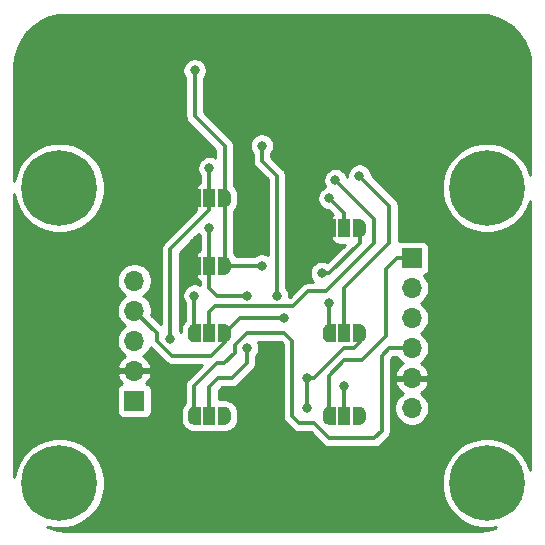
<source format=gbr>
%TF.GenerationSoftware,KiCad,Pcbnew,(5.1.9)-1*%
%TF.CreationDate,2021-04-16T10:30:29-03:00*%
%TF.ProjectId,1335_rev1,31333335-5f72-4657-9631-2e6b69636164,rev?*%
%TF.SameCoordinates,Original*%
%TF.FileFunction,Copper,L2,Bot*%
%TF.FilePolarity,Positive*%
%FSLAX46Y46*%
G04 Gerber Fmt 4.6, Leading zero omitted, Abs format (unit mm)*
G04 Created by KiCad (PCBNEW (5.1.9)-1) date 2021-04-16 10:30:29*
%MOMM*%
%LPD*%
G01*
G04 APERTURE LIST*
%TA.AperFunction,ComponentPad*%
%ADD10O,1.700000X1.700000*%
%TD*%
%TA.AperFunction,ComponentPad*%
%ADD11R,1.700000X1.700000*%
%TD*%
%TA.AperFunction,SMDPad,CuDef*%
%ADD12R,1.000000X1.500000*%
%TD*%
%TA.AperFunction,SMDPad,CuDef*%
%ADD13C,0.100000*%
%TD*%
%TA.AperFunction,ComponentPad*%
%ADD14C,6.400000*%
%TD*%
%TA.AperFunction,ComponentPad*%
%ADD15C,0.800000*%
%TD*%
%TA.AperFunction,ViaPad*%
%ADD16C,0.800000*%
%TD*%
%TA.AperFunction,Conductor*%
%ADD17C,0.300000*%
%TD*%
%TA.AperFunction,Conductor*%
%ADD18C,0.250000*%
%TD*%
%TA.AperFunction,Conductor*%
%ADD19C,0.254000*%
%TD*%
%TA.AperFunction,Conductor*%
%ADD20C,0.100000*%
%TD*%
G04 APERTURE END LIST*
D10*
%TO.P,J1,5*%
%TO.N,+3V3*%
X130810000Y-83185000D03*
%TO.P,J1,4*%
%TO.N,SDA*%
X130810000Y-85725000D03*
%TO.P,J1,3*%
%TO.N,SCL*%
X130810000Y-88265000D03*
%TO.P,J1,2*%
%TO.N,GND*%
X130810000Y-90805000D03*
D11*
%TO.P,J1,1*%
%TO.N,+5V*%
X130810000Y-93345000D03*
%TD*%
D10*
%TO.P,J2,6*%
%TO.N,+5V*%
X154305000Y-93980000D03*
%TO.P,J2,5*%
%TO.N,GND*%
X154305000Y-91440000D03*
%TO.P,J2,4*%
%TO.N,MOSI*%
X154305000Y-88900000D03*
%TO.P,J2,3*%
%TO.N,MISO*%
X154305000Y-86360000D03*
%TO.P,J2,2*%
%TO.N,SCK*%
X154305000Y-83820000D03*
D11*
%TO.P,J2,1*%
%TO.N,CS*%
X154305000Y-81280000D03*
%TD*%
D12*
%TO.P,JP7,2*%
%TO.N,/SA1-MOSI*%
X137160000Y-81915000D03*
%TA.AperFunction,SMDPad,CuDef*%
D13*
%TO.P,JP7,3*%
%TO.N,GND*%
G36*
X135860000Y-82664398D02*
G01*
X135835466Y-82664398D01*
X135786635Y-82659588D01*
X135738510Y-82650016D01*
X135691555Y-82635772D01*
X135646222Y-82616995D01*
X135602949Y-82593864D01*
X135562150Y-82566604D01*
X135524221Y-82535476D01*
X135489524Y-82500779D01*
X135458396Y-82462850D01*
X135431136Y-82422051D01*
X135408005Y-82378778D01*
X135389228Y-82333445D01*
X135374984Y-82286490D01*
X135365412Y-82238365D01*
X135360602Y-82189534D01*
X135360602Y-82165000D01*
X135360000Y-82165000D01*
X135360000Y-81665000D01*
X135360602Y-81665000D01*
X135360602Y-81640466D01*
X135365412Y-81591635D01*
X135374984Y-81543510D01*
X135389228Y-81496555D01*
X135408005Y-81451222D01*
X135431136Y-81407949D01*
X135458396Y-81367150D01*
X135489524Y-81329221D01*
X135524221Y-81294524D01*
X135562150Y-81263396D01*
X135602949Y-81236136D01*
X135646222Y-81213005D01*
X135691555Y-81194228D01*
X135738510Y-81179984D01*
X135786635Y-81170412D01*
X135835466Y-81165602D01*
X135860000Y-81165602D01*
X135860000Y-81165000D01*
X136410000Y-81165000D01*
X136410000Y-82665000D01*
X135860000Y-82665000D01*
X135860000Y-82664398D01*
G37*
%TD.AperFunction*%
%TA.AperFunction,SMDPad,CuDef*%
%TO.P,JP7,1*%
%TO.N,/BYP*%
G36*
X137910000Y-81165000D02*
G01*
X138460000Y-81165000D01*
X138460000Y-81165602D01*
X138484534Y-81165602D01*
X138533365Y-81170412D01*
X138581490Y-81179984D01*
X138628445Y-81194228D01*
X138673778Y-81213005D01*
X138717051Y-81236136D01*
X138757850Y-81263396D01*
X138795779Y-81294524D01*
X138830476Y-81329221D01*
X138861604Y-81367150D01*
X138888864Y-81407949D01*
X138911995Y-81451222D01*
X138930772Y-81496555D01*
X138945016Y-81543510D01*
X138954588Y-81591635D01*
X138959398Y-81640466D01*
X138959398Y-81665000D01*
X138960000Y-81665000D01*
X138960000Y-82165000D01*
X138959398Y-82165000D01*
X138959398Y-82189534D01*
X138954588Y-82238365D01*
X138945016Y-82286490D01*
X138930772Y-82333445D01*
X138911995Y-82378778D01*
X138888864Y-82422051D01*
X138861604Y-82462850D01*
X138830476Y-82500779D01*
X138795779Y-82535476D01*
X138757850Y-82566604D01*
X138717051Y-82593864D01*
X138673778Y-82616995D01*
X138628445Y-82635772D01*
X138581490Y-82650016D01*
X138533365Y-82659588D01*
X138484534Y-82664398D01*
X138460000Y-82664398D01*
X138460000Y-82665000D01*
X137910000Y-82665000D01*
X137910000Y-81165000D01*
G37*
%TD.AperFunction*%
%TD*%
D12*
%TO.P,JP6,2*%
%TO.N,/SA1-MOSI*%
X137160000Y-94615000D03*
%TA.AperFunction,SMDPad,CuDef*%
D13*
%TO.P,JP6,3*%
%TO.N,MOSI*%
G36*
X135860000Y-95364398D02*
G01*
X135835466Y-95364398D01*
X135786635Y-95359588D01*
X135738510Y-95350016D01*
X135691555Y-95335772D01*
X135646222Y-95316995D01*
X135602949Y-95293864D01*
X135562150Y-95266604D01*
X135524221Y-95235476D01*
X135489524Y-95200779D01*
X135458396Y-95162850D01*
X135431136Y-95122051D01*
X135408005Y-95078778D01*
X135389228Y-95033445D01*
X135374984Y-94986490D01*
X135365412Y-94938365D01*
X135360602Y-94889534D01*
X135360602Y-94865000D01*
X135360000Y-94865000D01*
X135360000Y-94365000D01*
X135360602Y-94365000D01*
X135360602Y-94340466D01*
X135365412Y-94291635D01*
X135374984Y-94243510D01*
X135389228Y-94196555D01*
X135408005Y-94151222D01*
X135431136Y-94107949D01*
X135458396Y-94067150D01*
X135489524Y-94029221D01*
X135524221Y-93994524D01*
X135562150Y-93963396D01*
X135602949Y-93936136D01*
X135646222Y-93913005D01*
X135691555Y-93894228D01*
X135738510Y-93879984D01*
X135786635Y-93870412D01*
X135835466Y-93865602D01*
X135860000Y-93865602D01*
X135860000Y-93865000D01*
X136410000Y-93865000D01*
X136410000Y-95365000D01*
X135860000Y-95365000D01*
X135860000Y-95364398D01*
G37*
%TD.AperFunction*%
%TA.AperFunction,SMDPad,CuDef*%
%TO.P,JP6,1*%
%TO.N,Net-(JP6-Pad1)*%
G36*
X137910000Y-93865000D02*
G01*
X138460000Y-93865000D01*
X138460000Y-93865602D01*
X138484534Y-93865602D01*
X138533365Y-93870412D01*
X138581490Y-93879984D01*
X138628445Y-93894228D01*
X138673778Y-93913005D01*
X138717051Y-93936136D01*
X138757850Y-93963396D01*
X138795779Y-93994524D01*
X138830476Y-94029221D01*
X138861604Y-94067150D01*
X138888864Y-94107949D01*
X138911995Y-94151222D01*
X138930772Y-94196555D01*
X138945016Y-94243510D01*
X138954588Y-94291635D01*
X138959398Y-94340466D01*
X138959398Y-94365000D01*
X138960000Y-94365000D01*
X138960000Y-94865000D01*
X138959398Y-94865000D01*
X138959398Y-94889534D01*
X138954588Y-94938365D01*
X138945016Y-94986490D01*
X138930772Y-95033445D01*
X138911995Y-95078778D01*
X138888864Y-95122051D01*
X138861604Y-95162850D01*
X138830476Y-95200779D01*
X138795779Y-95235476D01*
X138757850Y-95266604D01*
X138717051Y-95293864D01*
X138673778Y-95316995D01*
X138628445Y-95335772D01*
X138581490Y-95350016D01*
X138533365Y-95359588D01*
X138484534Y-95364398D01*
X138460000Y-95364398D01*
X138460000Y-95365000D01*
X137910000Y-95365000D01*
X137910000Y-93865000D01*
G37*
%TD.AperFunction*%
%TD*%
D12*
%TO.P,JP5,2*%
%TO.N,/SDA-MISO*%
X137160000Y-87630000D03*
%TA.AperFunction,SMDPad,CuDef*%
D13*
%TO.P,JP5,3*%
%TO.N,MISO*%
G36*
X135860000Y-88379398D02*
G01*
X135835466Y-88379398D01*
X135786635Y-88374588D01*
X135738510Y-88365016D01*
X135691555Y-88350772D01*
X135646222Y-88331995D01*
X135602949Y-88308864D01*
X135562150Y-88281604D01*
X135524221Y-88250476D01*
X135489524Y-88215779D01*
X135458396Y-88177850D01*
X135431136Y-88137051D01*
X135408005Y-88093778D01*
X135389228Y-88048445D01*
X135374984Y-88001490D01*
X135365412Y-87953365D01*
X135360602Y-87904534D01*
X135360602Y-87880000D01*
X135360000Y-87880000D01*
X135360000Y-87380000D01*
X135360602Y-87380000D01*
X135360602Y-87355466D01*
X135365412Y-87306635D01*
X135374984Y-87258510D01*
X135389228Y-87211555D01*
X135408005Y-87166222D01*
X135431136Y-87122949D01*
X135458396Y-87082150D01*
X135489524Y-87044221D01*
X135524221Y-87009524D01*
X135562150Y-86978396D01*
X135602949Y-86951136D01*
X135646222Y-86928005D01*
X135691555Y-86909228D01*
X135738510Y-86894984D01*
X135786635Y-86885412D01*
X135835466Y-86880602D01*
X135860000Y-86880602D01*
X135860000Y-86880000D01*
X136410000Y-86880000D01*
X136410000Y-88380000D01*
X135860000Y-88380000D01*
X135860000Y-88379398D01*
G37*
%TD.AperFunction*%
%TA.AperFunction,SMDPad,CuDef*%
%TO.P,JP5,1*%
%TO.N,SDA*%
G36*
X137910000Y-86880000D02*
G01*
X138460000Y-86880000D01*
X138460000Y-86880602D01*
X138484534Y-86880602D01*
X138533365Y-86885412D01*
X138581490Y-86894984D01*
X138628445Y-86909228D01*
X138673778Y-86928005D01*
X138717051Y-86951136D01*
X138757850Y-86978396D01*
X138795779Y-87009524D01*
X138830476Y-87044221D01*
X138861604Y-87082150D01*
X138888864Y-87122949D01*
X138911995Y-87166222D01*
X138930772Y-87211555D01*
X138945016Y-87258510D01*
X138954588Y-87306635D01*
X138959398Y-87355466D01*
X138959398Y-87380000D01*
X138960000Y-87380000D01*
X138960000Y-87880000D01*
X138959398Y-87880000D01*
X138959398Y-87904534D01*
X138954588Y-87953365D01*
X138945016Y-88001490D01*
X138930772Y-88048445D01*
X138911995Y-88093778D01*
X138888864Y-88137051D01*
X138861604Y-88177850D01*
X138830476Y-88215779D01*
X138795779Y-88250476D01*
X138757850Y-88281604D01*
X138717051Y-88308864D01*
X138673778Y-88331995D01*
X138628445Y-88350772D01*
X138581490Y-88365016D01*
X138533365Y-88374588D01*
X138484534Y-88379398D01*
X138460000Y-88379398D01*
X138460000Y-88380000D01*
X137910000Y-88380000D01*
X137910000Y-86880000D01*
G37*
%TD.AperFunction*%
%TD*%
D12*
%TO.P,JP4,2*%
%TO.N,/SA0-CS*%
X137160000Y-76200000D03*
%TA.AperFunction,SMDPad,CuDef*%
D13*
%TO.P,JP4,3*%
%TO.N,GND*%
G36*
X135860000Y-76949398D02*
G01*
X135835466Y-76949398D01*
X135786635Y-76944588D01*
X135738510Y-76935016D01*
X135691555Y-76920772D01*
X135646222Y-76901995D01*
X135602949Y-76878864D01*
X135562150Y-76851604D01*
X135524221Y-76820476D01*
X135489524Y-76785779D01*
X135458396Y-76747850D01*
X135431136Y-76707051D01*
X135408005Y-76663778D01*
X135389228Y-76618445D01*
X135374984Y-76571490D01*
X135365412Y-76523365D01*
X135360602Y-76474534D01*
X135360602Y-76450000D01*
X135360000Y-76450000D01*
X135360000Y-75950000D01*
X135360602Y-75950000D01*
X135360602Y-75925466D01*
X135365412Y-75876635D01*
X135374984Y-75828510D01*
X135389228Y-75781555D01*
X135408005Y-75736222D01*
X135431136Y-75692949D01*
X135458396Y-75652150D01*
X135489524Y-75614221D01*
X135524221Y-75579524D01*
X135562150Y-75548396D01*
X135602949Y-75521136D01*
X135646222Y-75498005D01*
X135691555Y-75479228D01*
X135738510Y-75464984D01*
X135786635Y-75455412D01*
X135835466Y-75450602D01*
X135860000Y-75450602D01*
X135860000Y-75450000D01*
X136410000Y-75450000D01*
X136410000Y-76950000D01*
X135860000Y-76950000D01*
X135860000Y-76949398D01*
G37*
%TD.AperFunction*%
%TA.AperFunction,SMDPad,CuDef*%
%TO.P,JP4,1*%
%TO.N,/BYP*%
G36*
X137910000Y-75450000D02*
G01*
X138460000Y-75450000D01*
X138460000Y-75450602D01*
X138484534Y-75450602D01*
X138533365Y-75455412D01*
X138581490Y-75464984D01*
X138628445Y-75479228D01*
X138673778Y-75498005D01*
X138717051Y-75521136D01*
X138757850Y-75548396D01*
X138795779Y-75579524D01*
X138830476Y-75614221D01*
X138861604Y-75652150D01*
X138888864Y-75692949D01*
X138911995Y-75736222D01*
X138930772Y-75781555D01*
X138945016Y-75828510D01*
X138954588Y-75876635D01*
X138959398Y-75925466D01*
X138959398Y-75950000D01*
X138960000Y-75950000D01*
X138960000Y-76450000D01*
X138959398Y-76450000D01*
X138959398Y-76474534D01*
X138954588Y-76523365D01*
X138945016Y-76571490D01*
X138930772Y-76618445D01*
X138911995Y-76663778D01*
X138888864Y-76707051D01*
X138861604Y-76747850D01*
X138830476Y-76785779D01*
X138795779Y-76820476D01*
X138757850Y-76851604D01*
X138717051Y-76878864D01*
X138673778Y-76901995D01*
X138628445Y-76920772D01*
X138581490Y-76935016D01*
X138533365Y-76944588D01*
X138484534Y-76949398D01*
X138460000Y-76949398D01*
X138460000Y-76950000D01*
X137910000Y-76950000D01*
X137910000Y-75450000D01*
G37*
%TD.AperFunction*%
%TD*%
D12*
%TO.P,JP3,2*%
%TO.N,/SA0-CS*%
X148590000Y-94615000D03*
%TA.AperFunction,SMDPad,CuDef*%
D13*
%TO.P,JP3,3*%
%TO.N,CS*%
G36*
X147290000Y-95364398D02*
G01*
X147265466Y-95364398D01*
X147216635Y-95359588D01*
X147168510Y-95350016D01*
X147121555Y-95335772D01*
X147076222Y-95316995D01*
X147032949Y-95293864D01*
X146992150Y-95266604D01*
X146954221Y-95235476D01*
X146919524Y-95200779D01*
X146888396Y-95162850D01*
X146861136Y-95122051D01*
X146838005Y-95078778D01*
X146819228Y-95033445D01*
X146804984Y-94986490D01*
X146795412Y-94938365D01*
X146790602Y-94889534D01*
X146790602Y-94865000D01*
X146790000Y-94865000D01*
X146790000Y-94365000D01*
X146790602Y-94365000D01*
X146790602Y-94340466D01*
X146795412Y-94291635D01*
X146804984Y-94243510D01*
X146819228Y-94196555D01*
X146838005Y-94151222D01*
X146861136Y-94107949D01*
X146888396Y-94067150D01*
X146919524Y-94029221D01*
X146954221Y-93994524D01*
X146992150Y-93963396D01*
X147032949Y-93936136D01*
X147076222Y-93913005D01*
X147121555Y-93894228D01*
X147168510Y-93879984D01*
X147216635Y-93870412D01*
X147265466Y-93865602D01*
X147290000Y-93865602D01*
X147290000Y-93865000D01*
X147840000Y-93865000D01*
X147840000Y-95365000D01*
X147290000Y-95365000D01*
X147290000Y-95364398D01*
G37*
%TD.AperFunction*%
%TA.AperFunction,SMDPad,CuDef*%
%TO.P,JP3,1*%
%TO.N,Net-(JP3-Pad1)*%
G36*
X149340000Y-93865000D02*
G01*
X149890000Y-93865000D01*
X149890000Y-93865602D01*
X149914534Y-93865602D01*
X149963365Y-93870412D01*
X150011490Y-93879984D01*
X150058445Y-93894228D01*
X150103778Y-93913005D01*
X150147051Y-93936136D01*
X150187850Y-93963396D01*
X150225779Y-93994524D01*
X150260476Y-94029221D01*
X150291604Y-94067150D01*
X150318864Y-94107949D01*
X150341995Y-94151222D01*
X150360772Y-94196555D01*
X150375016Y-94243510D01*
X150384588Y-94291635D01*
X150389398Y-94340466D01*
X150389398Y-94365000D01*
X150390000Y-94365000D01*
X150390000Y-94865000D01*
X150389398Y-94865000D01*
X150389398Y-94889534D01*
X150384588Y-94938365D01*
X150375016Y-94986490D01*
X150360772Y-95033445D01*
X150341995Y-95078778D01*
X150318864Y-95122051D01*
X150291604Y-95162850D01*
X150260476Y-95200779D01*
X150225779Y-95235476D01*
X150187850Y-95266604D01*
X150147051Y-95293864D01*
X150103778Y-95316995D01*
X150058445Y-95335772D01*
X150011490Y-95350016D01*
X149963365Y-95359588D01*
X149914534Y-95364398D01*
X149890000Y-95364398D01*
X149890000Y-95365000D01*
X149340000Y-95365000D01*
X149340000Y-93865000D01*
G37*
%TD.AperFunction*%
%TD*%
D12*
%TO.P,JP2,2*%
%TO.N,/SCL-CLK*%
X148590000Y-87630000D03*
%TA.AperFunction,SMDPad,CuDef*%
D13*
%TO.P,JP2,3*%
%TO.N,SCK*%
G36*
X147290000Y-88379398D02*
G01*
X147265466Y-88379398D01*
X147216635Y-88374588D01*
X147168510Y-88365016D01*
X147121555Y-88350772D01*
X147076222Y-88331995D01*
X147032949Y-88308864D01*
X146992150Y-88281604D01*
X146954221Y-88250476D01*
X146919524Y-88215779D01*
X146888396Y-88177850D01*
X146861136Y-88137051D01*
X146838005Y-88093778D01*
X146819228Y-88048445D01*
X146804984Y-88001490D01*
X146795412Y-87953365D01*
X146790602Y-87904534D01*
X146790602Y-87880000D01*
X146790000Y-87880000D01*
X146790000Y-87380000D01*
X146790602Y-87380000D01*
X146790602Y-87355466D01*
X146795412Y-87306635D01*
X146804984Y-87258510D01*
X146819228Y-87211555D01*
X146838005Y-87166222D01*
X146861136Y-87122949D01*
X146888396Y-87082150D01*
X146919524Y-87044221D01*
X146954221Y-87009524D01*
X146992150Y-86978396D01*
X147032949Y-86951136D01*
X147076222Y-86928005D01*
X147121555Y-86909228D01*
X147168510Y-86894984D01*
X147216635Y-86885412D01*
X147265466Y-86880602D01*
X147290000Y-86880602D01*
X147290000Y-86880000D01*
X147840000Y-86880000D01*
X147840000Y-88380000D01*
X147290000Y-88380000D01*
X147290000Y-88379398D01*
G37*
%TD.AperFunction*%
%TA.AperFunction,SMDPad,CuDef*%
%TO.P,JP2,1*%
%TO.N,SCL*%
G36*
X149340000Y-86880000D02*
G01*
X149890000Y-86880000D01*
X149890000Y-86880602D01*
X149914534Y-86880602D01*
X149963365Y-86885412D01*
X150011490Y-86894984D01*
X150058445Y-86909228D01*
X150103778Y-86928005D01*
X150147051Y-86951136D01*
X150187850Y-86978396D01*
X150225779Y-87009524D01*
X150260476Y-87044221D01*
X150291604Y-87082150D01*
X150318864Y-87122949D01*
X150341995Y-87166222D01*
X150360772Y-87211555D01*
X150375016Y-87258510D01*
X150384588Y-87306635D01*
X150389398Y-87355466D01*
X150389398Y-87380000D01*
X150390000Y-87380000D01*
X150390000Y-87880000D01*
X150389398Y-87880000D01*
X150389398Y-87904534D01*
X150384588Y-87953365D01*
X150375016Y-88001490D01*
X150360772Y-88048445D01*
X150341995Y-88093778D01*
X150318864Y-88137051D01*
X150291604Y-88177850D01*
X150260476Y-88215779D01*
X150225779Y-88250476D01*
X150187850Y-88281604D01*
X150147051Y-88308864D01*
X150103778Y-88331995D01*
X150058445Y-88350772D01*
X150011490Y-88365016D01*
X149963365Y-88374588D01*
X149914534Y-88379398D01*
X149890000Y-88379398D01*
X149890000Y-88380000D01*
X149340000Y-88380000D01*
X149340000Y-86880000D01*
G37*
%TD.AperFunction*%
%TD*%
D12*
%TO.P,JP1,2*%
%TO.N,/ISEL*%
X148590000Y-78740000D03*
%TA.AperFunction,SMDPad,CuDef*%
D13*
%TO.P,JP1,3*%
%TO.N,GND*%
G36*
X147290000Y-79489398D02*
G01*
X147265466Y-79489398D01*
X147216635Y-79484588D01*
X147168510Y-79475016D01*
X147121555Y-79460772D01*
X147076222Y-79441995D01*
X147032949Y-79418864D01*
X146992150Y-79391604D01*
X146954221Y-79360476D01*
X146919524Y-79325779D01*
X146888396Y-79287850D01*
X146861136Y-79247051D01*
X146838005Y-79203778D01*
X146819228Y-79158445D01*
X146804984Y-79111490D01*
X146795412Y-79063365D01*
X146790602Y-79014534D01*
X146790602Y-78990000D01*
X146790000Y-78990000D01*
X146790000Y-78490000D01*
X146790602Y-78490000D01*
X146790602Y-78465466D01*
X146795412Y-78416635D01*
X146804984Y-78368510D01*
X146819228Y-78321555D01*
X146838005Y-78276222D01*
X146861136Y-78232949D01*
X146888396Y-78192150D01*
X146919524Y-78154221D01*
X146954221Y-78119524D01*
X146992150Y-78088396D01*
X147032949Y-78061136D01*
X147076222Y-78038005D01*
X147121555Y-78019228D01*
X147168510Y-78004984D01*
X147216635Y-77995412D01*
X147265466Y-77990602D01*
X147290000Y-77990602D01*
X147290000Y-77990000D01*
X147840000Y-77990000D01*
X147840000Y-79490000D01*
X147290000Y-79490000D01*
X147290000Y-79489398D01*
G37*
%TD.AperFunction*%
%TA.AperFunction,SMDPad,CuDef*%
%TO.P,JP1,1*%
%TO.N,/BYP*%
G36*
X149340000Y-77990000D02*
G01*
X149890000Y-77990000D01*
X149890000Y-77990602D01*
X149914534Y-77990602D01*
X149963365Y-77995412D01*
X150011490Y-78004984D01*
X150058445Y-78019228D01*
X150103778Y-78038005D01*
X150147051Y-78061136D01*
X150187850Y-78088396D01*
X150225779Y-78119524D01*
X150260476Y-78154221D01*
X150291604Y-78192150D01*
X150318864Y-78232949D01*
X150341995Y-78276222D01*
X150360772Y-78321555D01*
X150375016Y-78368510D01*
X150384588Y-78416635D01*
X150389398Y-78465466D01*
X150389398Y-78490000D01*
X150390000Y-78490000D01*
X150390000Y-78990000D01*
X150389398Y-78990000D01*
X150389398Y-79014534D01*
X150384588Y-79063365D01*
X150375016Y-79111490D01*
X150360772Y-79158445D01*
X150341995Y-79203778D01*
X150318864Y-79247051D01*
X150291604Y-79287850D01*
X150260476Y-79325779D01*
X150225779Y-79360476D01*
X150187850Y-79391604D01*
X150147051Y-79418864D01*
X150103778Y-79441995D01*
X150058445Y-79460772D01*
X150011490Y-79475016D01*
X149963365Y-79484588D01*
X149914534Y-79489398D01*
X149890000Y-79489398D01*
X149890000Y-79490000D01*
X149340000Y-79490000D01*
X149340000Y-77990000D01*
G37*
%TD.AperFunction*%
%TD*%
D14*
%TO.P,H1,1*%
%TO.N,N/C*%
X124460000Y-75330000D03*
D15*
X126860000Y-75330000D03*
X126157056Y-77027056D03*
X124460000Y-77730000D03*
X122762944Y-77027056D03*
X122060000Y-75330000D03*
X122762944Y-73632944D03*
X124460000Y-72930000D03*
X126157056Y-73632944D03*
%TD*%
%TO.P,H2,1*%
%TO.N,N/C*%
X162352056Y-73632944D03*
X160655000Y-72930000D03*
X158957944Y-73632944D03*
X158255000Y-75330000D03*
X158957944Y-77027056D03*
X160655000Y-77730000D03*
X162352056Y-77027056D03*
X163055000Y-75330000D03*
D14*
X160655000Y-75330000D03*
%TD*%
%TO.P,H3,1*%
%TO.N,N/C*%
X124460000Y-100330000D03*
D15*
X126860000Y-100330000D03*
X126157056Y-102027056D03*
X124460000Y-102730000D03*
X122762944Y-102027056D03*
X122060000Y-100330000D03*
X122762944Y-98632944D03*
X124460000Y-97930000D03*
X126157056Y-98632944D03*
%TD*%
%TO.P,H4,1*%
%TO.N,N/C*%
X162352056Y-98632944D03*
X160655000Y-97930000D03*
X158957944Y-98632944D03*
X158255000Y-100330000D03*
X158957944Y-102027056D03*
X160655000Y-102730000D03*
X162352056Y-102027056D03*
X163055000Y-100330000D03*
D14*
X160655000Y-100330000D03*
%TD*%
D16*
%TO.N,/BYP*%
X146685000Y-82550000D03*
X141605000Y-81915000D03*
X135920000Y-65375000D03*
%TO.N,GND*%
X162560000Y-68580000D03*
X144780000Y-78740000D03*
X135890000Y-80010000D03*
X162560000Y-66040000D03*
X160020000Y-66040000D03*
X160020000Y-63500000D03*
X162560000Y-63500000D03*
X160020000Y-68580000D03*
X157480000Y-68580000D03*
X157480000Y-66040000D03*
X157480000Y-63500000D03*
X154940000Y-63500000D03*
X154940000Y-66040000D03*
X154940000Y-68580000D03*
X152400000Y-68580000D03*
X152400000Y-66040000D03*
X152400000Y-63500000D03*
X152400000Y-71120000D03*
X154940000Y-71120000D03*
X154940000Y-73660000D03*
X152400000Y-73660000D03*
X121920000Y-63500000D03*
X121920000Y-66040000D03*
X124460000Y-63500000D03*
X127000000Y-63500000D03*
X127000000Y-66040000D03*
X124460000Y-66040000D03*
X124460000Y-68580000D03*
X121920000Y-68580000D03*
X127000000Y-68580000D03*
X129540000Y-63500000D03*
X129540000Y-66040000D03*
X129540000Y-68580000D03*
X129540000Y-71120000D03*
X132080000Y-71120000D03*
X132080000Y-73660000D03*
X129540000Y-73660000D03*
X127000000Y-71120000D03*
X121920000Y-71120000D03*
X157480000Y-71120000D03*
X162560000Y-71120000D03*
X129540000Y-99060000D03*
X132080000Y-99060000D03*
X134620000Y-99060000D03*
X134620000Y-101600000D03*
X132080000Y-101600000D03*
X129540000Y-101600000D03*
X137160000Y-99060000D03*
X137160000Y-101600000D03*
X149860000Y-101600000D03*
X149860000Y-99060000D03*
X152400000Y-99060000D03*
X152400000Y-101600000D03*
X154940000Y-101600000D03*
X154940000Y-99060000D03*
X147320000Y-101600000D03*
X144780000Y-101600000D03*
X142240000Y-101600000D03*
X139700000Y-101600000D03*
X139700000Y-99060000D03*
X142240000Y-99060000D03*
X144780000Y-99060000D03*
X147320000Y-99060000D03*
X132080000Y-68580000D03*
X132080000Y-66040000D03*
X132080000Y-63500000D03*
%TO.N,SCK*%
X147320000Y-85090000D03*
%TO.N,MISO*%
X135890000Y-84455000D03*
%TO.N,+5V*%
X141605000Y-71755000D03*
X142875000Y-84455000D03*
%TO.N,SDA*%
X143510000Y-86360000D03*
%TO.N,SCL*%
X145415000Y-91440000D03*
X145415000Y-93980000D03*
%TO.N,/ISEL*%
X147320000Y-76200000D03*
%TO.N,/SDA-MISO*%
X147828000Y-74676000D03*
%TO.N,/SCL-CLK*%
X149860000Y-74295000D03*
%TO.N,/SA1-MOSI*%
X137160000Y-78740000D03*
X140335000Y-84455000D03*
X140335000Y-88900000D03*
%TO.N,/SA0-CS*%
X137160000Y-73660000D03*
X133858000Y-88138000D03*
X148590000Y-92075000D03*
%TD*%
D17*
%TO.N,/BYP*%
X149890000Y-78740000D02*
X149890000Y-79980000D01*
X147320000Y-82550000D02*
X146685000Y-82550000D01*
X149890000Y-79980000D02*
X147320000Y-82550000D01*
X141605000Y-81915000D02*
X138460000Y-81915000D01*
X138460000Y-81915000D02*
X138460000Y-76200000D01*
X135920000Y-69245000D02*
X135920000Y-65375000D01*
X138460000Y-71785000D02*
X135920000Y-69245000D01*
X138460000Y-76200000D02*
X138460000Y-71785000D01*
D18*
%TO.N,GND*%
X147290000Y-78740000D02*
X147290000Y-78075000D01*
X135860000Y-80040000D02*
X135890000Y-80010000D01*
X135860000Y-81915000D02*
X135860000Y-80040000D01*
D17*
X147290000Y-78740000D02*
X144780000Y-78740000D01*
%TO.N,SCK*%
X147320000Y-87600000D02*
X147290000Y-87630000D01*
X147320000Y-85090000D02*
X147320000Y-87600000D01*
%TO.N,MISO*%
X135860000Y-84485000D02*
X135890000Y-84455000D01*
X135860000Y-87630000D02*
X135860000Y-84485000D01*
%TO.N,MOSI*%
X152400000Y-88900000D02*
X154305000Y-88900000D01*
X151765000Y-89535000D02*
X152400000Y-88900000D01*
X151765000Y-95885000D02*
X151765000Y-89535000D01*
X151130000Y-96520000D02*
X151765000Y-95885000D01*
X135860000Y-92105000D02*
X137795000Y-90170000D01*
X139310010Y-88654990D02*
X140335000Y-87630000D01*
X144145000Y-94615000D02*
X144780000Y-95250000D01*
X137795000Y-90170000D02*
X138430000Y-90170000D01*
X135860000Y-94615000D02*
X135860000Y-92105000D01*
X144780000Y-95250000D02*
X146050000Y-95250000D01*
X146050000Y-95250000D02*
X147320000Y-96520000D01*
X138430000Y-90170000D02*
X139310010Y-89289990D01*
X147320000Y-96520000D02*
X151130000Y-96520000D01*
X140335000Y-87630000D02*
X143510000Y-87630000D01*
X139310010Y-89289990D02*
X139310010Y-88654990D01*
X143510000Y-87630000D02*
X144145000Y-88265000D01*
X144145000Y-88265000D02*
X144145000Y-94615000D01*
%TO.N,+5V*%
X141605000Y-71755000D02*
X141605000Y-73025000D01*
X141605000Y-73025000D02*
X142875000Y-74295000D01*
X142875000Y-84455000D02*
X142875000Y-74295000D01*
%TO.N,SDA*%
X139730000Y-86360000D02*
X138460000Y-87630000D01*
X138460000Y-88377592D02*
X137302592Y-89535000D01*
X138460000Y-87630000D02*
X138460000Y-88377592D01*
X137302592Y-89535000D02*
X133985000Y-89535000D01*
X133985000Y-89535000D02*
X132715000Y-88265000D01*
X132715000Y-87630000D02*
X130810000Y-85725000D01*
X132715000Y-88265000D02*
X132715000Y-87630000D01*
X143510000Y-86360000D02*
X139730000Y-86360000D01*
%TO.N,SCL*%
X145415000Y-91440000D02*
X146050000Y-91440000D01*
X146050000Y-91440000D02*
X148590000Y-88900000D01*
X149860000Y-87660000D02*
X149890000Y-87630000D01*
X145415000Y-93980000D02*
X145415000Y-91440000D01*
D18*
X149890000Y-87630000D02*
X149890000Y-88235000D01*
D17*
X149367592Y-88900000D02*
X148590000Y-88900000D01*
X149890000Y-88377592D02*
X149367592Y-88900000D01*
X149890000Y-87630000D02*
X149890000Y-88377592D01*
%TO.N,CS*%
X153035000Y-81280000D02*
X154305000Y-81280000D01*
X152146000Y-87884000D02*
X152146000Y-82169000D01*
X150114000Y-89916000D02*
X152146000Y-87884000D01*
X152146000Y-82169000D02*
X153035000Y-81280000D01*
X148590000Y-89916000D02*
X150114000Y-89916000D01*
X147290000Y-91216000D02*
X148590000Y-89916000D01*
X147290000Y-94615000D02*
X147290000Y-91216000D01*
%TO.N,/ISEL*%
X148590000Y-77470000D02*
X147320000Y-76200000D01*
X148590000Y-78740000D02*
X148590000Y-77470000D01*
%TO.N,/SDA-MISO*%
X151130000Y-77978000D02*
X147828000Y-74676000D01*
X151130000Y-80010000D02*
X151130000Y-77978000D01*
X145542000Y-84074000D02*
X147066000Y-84074000D01*
X144272000Y-85344000D02*
X145542000Y-84074000D01*
X137668000Y-85344000D02*
X144272000Y-85344000D01*
X137160000Y-85852000D02*
X137668000Y-85344000D01*
X147066000Y-84074000D02*
X151130000Y-80010000D01*
X137160000Y-87630000D02*
X137160000Y-85852000D01*
%TO.N,/SCL-CLK*%
X151892000Y-76327000D02*
X149860000Y-74295000D01*
X152400000Y-76835000D02*
X151892000Y-76327000D01*
X152400000Y-80010000D02*
X152400000Y-76835000D01*
X148590000Y-83820000D02*
X152400000Y-80010000D01*
X148590000Y-87630000D02*
X148590000Y-83820000D01*
%TO.N,/SA1-MOSI*%
X137160000Y-78740000D02*
X137160000Y-81915000D01*
X137922000Y-91440000D02*
X137160000Y-92202000D01*
X137160000Y-92202000D02*
X137160000Y-94615000D01*
X137160000Y-81915000D02*
X137160000Y-83820000D01*
X137160000Y-83820000D02*
X137795000Y-84455000D01*
X137795000Y-84455000D02*
X140335000Y-84455000D01*
X137922000Y-91440000D02*
X139065000Y-91440000D01*
X139065000Y-91440000D02*
X140335000Y-90170000D01*
X140335000Y-90170000D02*
X140335000Y-88900000D01*
%TO.N,/SA0-CS*%
X137160000Y-73660000D02*
X137160000Y-76200000D01*
X137160000Y-76200000D02*
X137160000Y-77216000D01*
X137160000Y-77216000D02*
X136652000Y-77724000D01*
X136652000Y-77724000D02*
X135382000Y-78994000D01*
X135382000Y-78994000D02*
X133858000Y-80518000D01*
X133858000Y-80518000D02*
X133858000Y-88138000D01*
X148590000Y-92075000D02*
X148590000Y-94615000D01*
%TD*%
D19*
%TO.N,GND*%
X160768083Y-60731173D02*
X161511891Y-60934656D01*
X162207905Y-61266638D01*
X162834130Y-61716626D01*
X163370777Y-62270403D01*
X163800871Y-62910451D01*
X164110829Y-63616553D01*
X164292065Y-64371457D01*
X164340000Y-65024207D01*
X164340000Y-74205040D01*
X164053533Y-73513446D01*
X163633839Y-72885330D01*
X163099670Y-72351161D01*
X162471554Y-71931467D01*
X161773628Y-71642377D01*
X161032715Y-71495000D01*
X160277285Y-71495000D01*
X159536372Y-71642377D01*
X158838446Y-71931467D01*
X158210330Y-72351161D01*
X157676161Y-72885330D01*
X157256467Y-73513446D01*
X156967377Y-74211372D01*
X156820000Y-74952285D01*
X156820000Y-75707715D01*
X156967377Y-76448628D01*
X157256467Y-77146554D01*
X157676161Y-77774670D01*
X158210330Y-78308839D01*
X158838446Y-78728533D01*
X159536372Y-79017623D01*
X160277285Y-79165000D01*
X161032715Y-79165000D01*
X161773628Y-79017623D01*
X162471554Y-78728533D01*
X163099670Y-78308839D01*
X163633839Y-77774670D01*
X164053533Y-77146554D01*
X164340000Y-76454960D01*
X164340001Y-99205042D01*
X164053533Y-98513446D01*
X163633839Y-97885330D01*
X163099670Y-97351161D01*
X162471554Y-96931467D01*
X161773628Y-96642377D01*
X161032715Y-96495000D01*
X160277285Y-96495000D01*
X159536372Y-96642377D01*
X158838446Y-96931467D01*
X158210330Y-97351161D01*
X157676161Y-97885330D01*
X157256467Y-98513446D01*
X156967377Y-99211372D01*
X156820000Y-99952285D01*
X156820000Y-100707715D01*
X156967377Y-101448628D01*
X157256467Y-102146554D01*
X157676161Y-102774670D01*
X158210330Y-103308839D01*
X158838446Y-103728533D01*
X159536372Y-104017623D01*
X160277285Y-104165000D01*
X161032715Y-104165000D01*
X161448405Y-104082314D01*
X161383447Y-104110829D01*
X160628543Y-104292065D01*
X159975793Y-104340000D01*
X125029392Y-104340000D01*
X124231917Y-104268827D01*
X123488110Y-104065344D01*
X123421458Y-104033553D01*
X124082285Y-104165000D01*
X124837715Y-104165000D01*
X125578628Y-104017623D01*
X126276554Y-103728533D01*
X126904670Y-103308839D01*
X127438839Y-102774670D01*
X127858533Y-102146554D01*
X128147623Y-101448628D01*
X128295000Y-100707715D01*
X128295000Y-99952285D01*
X128147623Y-99211372D01*
X127858533Y-98513446D01*
X127438839Y-97885330D01*
X126904670Y-97351161D01*
X126276554Y-96931467D01*
X125578628Y-96642377D01*
X124837715Y-96495000D01*
X124082285Y-96495000D01*
X123341372Y-96642377D01*
X122643446Y-96931467D01*
X122015330Y-97351161D01*
X121481161Y-97885330D01*
X121061467Y-98513446D01*
X120772377Y-99211372D01*
X120660000Y-99776328D01*
X120660000Y-92495000D01*
X129321928Y-92495000D01*
X129321928Y-94195000D01*
X129334188Y-94319482D01*
X129370498Y-94439180D01*
X129429463Y-94549494D01*
X129508815Y-94646185D01*
X129605506Y-94725537D01*
X129715820Y-94784502D01*
X129835518Y-94820812D01*
X129960000Y-94833072D01*
X131660000Y-94833072D01*
X131784482Y-94820812D01*
X131904180Y-94784502D01*
X132014494Y-94725537D01*
X132111185Y-94646185D01*
X132190537Y-94549494D01*
X132249502Y-94439180D01*
X132285812Y-94319482D01*
X132298072Y-94195000D01*
X132298072Y-92495000D01*
X132285812Y-92370518D01*
X132249502Y-92250820D01*
X132190537Y-92140506D01*
X132111185Y-92043815D01*
X132014494Y-91964463D01*
X131904180Y-91905498D01*
X131823534Y-91881034D01*
X131907588Y-91805269D01*
X132081641Y-91571920D01*
X132206825Y-91309099D01*
X132251476Y-91161890D01*
X132130155Y-90932000D01*
X130937000Y-90932000D01*
X130937000Y-90952000D01*
X130683000Y-90952000D01*
X130683000Y-90932000D01*
X129489845Y-90932000D01*
X129368524Y-91161890D01*
X129413175Y-91309099D01*
X129538359Y-91571920D01*
X129712412Y-91805269D01*
X129796466Y-91881034D01*
X129715820Y-91905498D01*
X129605506Y-91964463D01*
X129508815Y-92043815D01*
X129429463Y-92140506D01*
X129370498Y-92250820D01*
X129334188Y-92370518D01*
X129321928Y-92495000D01*
X120660000Y-92495000D01*
X120660000Y-83038740D01*
X129325000Y-83038740D01*
X129325000Y-83331260D01*
X129382068Y-83618158D01*
X129494010Y-83888411D01*
X129656525Y-84131632D01*
X129863368Y-84338475D01*
X130037760Y-84455000D01*
X129863368Y-84571525D01*
X129656525Y-84778368D01*
X129494010Y-85021589D01*
X129382068Y-85291842D01*
X129325000Y-85578740D01*
X129325000Y-85871260D01*
X129382068Y-86158158D01*
X129494010Y-86428411D01*
X129656525Y-86671632D01*
X129863368Y-86878475D01*
X130037760Y-86995000D01*
X129863368Y-87111525D01*
X129656525Y-87318368D01*
X129494010Y-87561589D01*
X129382068Y-87831842D01*
X129325000Y-88118740D01*
X129325000Y-88411260D01*
X129382068Y-88698158D01*
X129494010Y-88968411D01*
X129656525Y-89211632D01*
X129863368Y-89418475D01*
X130045534Y-89540195D01*
X129928645Y-89609822D01*
X129712412Y-89804731D01*
X129538359Y-90038080D01*
X129413175Y-90300901D01*
X129368524Y-90448110D01*
X129489845Y-90678000D01*
X130683000Y-90678000D01*
X130683000Y-90658000D01*
X130937000Y-90658000D01*
X130937000Y-90678000D01*
X132130155Y-90678000D01*
X132251476Y-90448110D01*
X132206825Y-90300901D01*
X132081641Y-90038080D01*
X131907588Y-89804731D01*
X131691355Y-89609822D01*
X131574466Y-89540195D01*
X131756632Y-89418475D01*
X131963475Y-89211632D01*
X132125990Y-88968411D01*
X132178940Y-88840577D01*
X132187188Y-88847345D01*
X133402658Y-90062815D01*
X133427236Y-90092764D01*
X133457184Y-90117342D01*
X133457187Y-90117345D01*
X133486559Y-90141450D01*
X133546767Y-90190862D01*
X133683140Y-90263754D01*
X133796672Y-90298194D01*
X133831112Y-90308641D01*
X133845490Y-90310057D01*
X133946439Y-90320000D01*
X133946446Y-90320000D01*
X133984999Y-90323797D01*
X134023552Y-90320000D01*
X136534842Y-90320000D01*
X135332185Y-91522658D01*
X135302237Y-91547236D01*
X135277659Y-91577184D01*
X135277655Y-91577188D01*
X135263951Y-91593887D01*
X135204139Y-91666767D01*
X135165177Y-91739660D01*
X135131246Y-91803141D01*
X135086359Y-91951114D01*
X135071203Y-92105000D01*
X135075001Y-92143563D01*
X135075000Y-93543928D01*
X135022310Y-93596618D01*
X134942958Y-93693309D01*
X134888502Y-93774808D01*
X134829536Y-93885125D01*
X134792027Y-93975681D01*
X134755718Y-94095377D01*
X134736596Y-94191510D01*
X134724336Y-94315991D01*
X134724336Y-94340550D01*
X134721928Y-94365000D01*
X134721928Y-94865000D01*
X134724336Y-94889450D01*
X134724336Y-94914009D01*
X134736596Y-95038490D01*
X134755718Y-95134623D01*
X134792027Y-95254319D01*
X134829536Y-95344875D01*
X134888502Y-95455192D01*
X134942958Y-95536691D01*
X135022310Y-95633382D01*
X135091618Y-95702690D01*
X135188309Y-95782042D01*
X135269808Y-95836498D01*
X135380125Y-95895464D01*
X135470681Y-95932973D01*
X135590377Y-95969282D01*
X135686510Y-95988404D01*
X135810991Y-96000664D01*
X135835550Y-96000664D01*
X135860000Y-96003072D01*
X136410000Y-96003072D01*
X136534482Y-95990812D01*
X136535000Y-95990655D01*
X136535518Y-95990812D01*
X136660000Y-96003072D01*
X137660000Y-96003072D01*
X137784482Y-95990812D01*
X137785000Y-95990655D01*
X137785518Y-95990812D01*
X137910000Y-96003072D01*
X138460000Y-96003072D01*
X138484450Y-96000664D01*
X138509009Y-96000664D01*
X138633490Y-95988404D01*
X138729623Y-95969282D01*
X138849319Y-95932973D01*
X138939875Y-95895464D01*
X139050192Y-95836498D01*
X139131691Y-95782042D01*
X139228382Y-95702690D01*
X139297690Y-95633382D01*
X139377042Y-95536691D01*
X139431498Y-95455192D01*
X139490464Y-95344875D01*
X139527973Y-95254319D01*
X139564282Y-95134623D01*
X139583404Y-95038490D01*
X139595664Y-94914009D01*
X139595664Y-94889450D01*
X139598072Y-94865000D01*
X139598072Y-94365000D01*
X139595664Y-94340550D01*
X139595664Y-94315991D01*
X139583404Y-94191510D01*
X139564282Y-94095377D01*
X139527973Y-93975681D01*
X139490464Y-93885125D01*
X139431498Y-93774808D01*
X139377042Y-93693309D01*
X139297690Y-93596618D01*
X139228382Y-93527310D01*
X139131691Y-93447958D01*
X139050192Y-93393502D01*
X138939875Y-93334536D01*
X138849319Y-93297027D01*
X138729623Y-93260718D01*
X138633490Y-93241596D01*
X138509009Y-93229336D01*
X138484450Y-93229336D01*
X138460000Y-93226928D01*
X137945000Y-93226928D01*
X137945000Y-92527157D01*
X138247157Y-92225000D01*
X139026447Y-92225000D01*
X139065000Y-92228797D01*
X139103553Y-92225000D01*
X139103561Y-92225000D01*
X139218887Y-92213641D01*
X139366860Y-92168754D01*
X139503233Y-92095862D01*
X139622764Y-91997764D01*
X139647347Y-91967810D01*
X140862817Y-90752341D01*
X140892764Y-90727764D01*
X140924052Y-90689641D01*
X140941450Y-90668441D01*
X140990862Y-90608233D01*
X141063754Y-90471860D01*
X141108641Y-90323887D01*
X141120000Y-90208561D01*
X141120000Y-90208554D01*
X141123797Y-90170001D01*
X141120000Y-90131448D01*
X141120000Y-89578711D01*
X141138937Y-89559774D01*
X141252205Y-89390256D01*
X141330226Y-89201898D01*
X141370000Y-89001939D01*
X141370000Y-88798061D01*
X141330226Y-88598102D01*
X141254382Y-88415000D01*
X143184843Y-88415000D01*
X143360000Y-88590157D01*
X143360001Y-94576437D01*
X143356203Y-94615000D01*
X143371359Y-94768886D01*
X143416246Y-94916859D01*
X143416247Y-94916860D01*
X143489139Y-95053233D01*
X143524330Y-95096113D01*
X143562655Y-95142812D01*
X143562659Y-95142816D01*
X143587237Y-95172764D01*
X143617185Y-95197342D01*
X144197653Y-95777810D01*
X144222236Y-95807764D01*
X144341767Y-95905862D01*
X144447237Y-95962236D01*
X144478140Y-95978754D01*
X144626113Y-96023642D01*
X144701026Y-96031020D01*
X144741439Y-96035000D01*
X144741444Y-96035000D01*
X144780000Y-96038797D01*
X144818556Y-96035000D01*
X145724843Y-96035000D01*
X146737658Y-97047815D01*
X146762236Y-97077764D01*
X146792184Y-97102342D01*
X146792187Y-97102345D01*
X146821088Y-97126063D01*
X146881767Y-97175862D01*
X147018140Y-97248754D01*
X147131672Y-97283194D01*
X147166112Y-97293641D01*
X147180490Y-97295057D01*
X147281439Y-97305000D01*
X147281446Y-97305000D01*
X147319999Y-97308797D01*
X147358552Y-97305000D01*
X151091447Y-97305000D01*
X151130000Y-97308797D01*
X151168553Y-97305000D01*
X151168561Y-97305000D01*
X151283887Y-97293641D01*
X151431860Y-97248754D01*
X151568233Y-97175862D01*
X151687764Y-97077764D01*
X151712347Y-97047810D01*
X152292811Y-96467346D01*
X152322764Y-96442764D01*
X152420862Y-96323233D01*
X152493754Y-96186860D01*
X152493754Y-96186859D01*
X152538642Y-96038887D01*
X152549073Y-95932973D01*
X152550000Y-95923561D01*
X152550000Y-95923556D01*
X152553797Y-95885000D01*
X152550000Y-95846444D01*
X152550000Y-93833740D01*
X152820000Y-93833740D01*
X152820000Y-94126260D01*
X152877068Y-94413158D01*
X152989010Y-94683411D01*
X153151525Y-94926632D01*
X153358368Y-95133475D01*
X153601589Y-95295990D01*
X153871842Y-95407932D01*
X154158740Y-95465000D01*
X154451260Y-95465000D01*
X154738158Y-95407932D01*
X155008411Y-95295990D01*
X155251632Y-95133475D01*
X155458475Y-94926632D01*
X155620990Y-94683411D01*
X155732932Y-94413158D01*
X155790000Y-94126260D01*
X155790000Y-93833740D01*
X155732932Y-93546842D01*
X155620990Y-93276589D01*
X155458475Y-93033368D01*
X155251632Y-92826525D01*
X155069466Y-92704805D01*
X155186355Y-92635178D01*
X155402588Y-92440269D01*
X155576641Y-92206920D01*
X155701825Y-91944099D01*
X155746476Y-91796890D01*
X155625155Y-91567000D01*
X154432000Y-91567000D01*
X154432000Y-91587000D01*
X154178000Y-91587000D01*
X154178000Y-91567000D01*
X152984845Y-91567000D01*
X152863524Y-91796890D01*
X152908175Y-91944099D01*
X153033359Y-92206920D01*
X153207412Y-92440269D01*
X153423645Y-92635178D01*
X153540534Y-92704805D01*
X153358368Y-92826525D01*
X153151525Y-93033368D01*
X152989010Y-93276589D01*
X152877068Y-93546842D01*
X152820000Y-93833740D01*
X152550000Y-93833740D01*
X152550000Y-89860157D01*
X152725157Y-89685000D01*
X153043526Y-89685000D01*
X153151525Y-89846632D01*
X153358368Y-90053475D01*
X153540534Y-90175195D01*
X153423645Y-90244822D01*
X153207412Y-90439731D01*
X153033359Y-90673080D01*
X152908175Y-90935901D01*
X152863524Y-91083110D01*
X152984845Y-91313000D01*
X154178000Y-91313000D01*
X154178000Y-91293000D01*
X154432000Y-91293000D01*
X154432000Y-91313000D01*
X155625155Y-91313000D01*
X155746476Y-91083110D01*
X155701825Y-90935901D01*
X155576641Y-90673080D01*
X155402588Y-90439731D01*
X155186355Y-90244822D01*
X155069466Y-90175195D01*
X155251632Y-90053475D01*
X155458475Y-89846632D01*
X155620990Y-89603411D01*
X155732932Y-89333158D01*
X155790000Y-89046260D01*
X155790000Y-88753740D01*
X155732932Y-88466842D01*
X155620990Y-88196589D01*
X155458475Y-87953368D01*
X155251632Y-87746525D01*
X155077240Y-87630000D01*
X155251632Y-87513475D01*
X155458475Y-87306632D01*
X155620990Y-87063411D01*
X155732932Y-86793158D01*
X155790000Y-86506260D01*
X155790000Y-86213740D01*
X155732932Y-85926842D01*
X155620990Y-85656589D01*
X155458475Y-85413368D01*
X155251632Y-85206525D01*
X155077240Y-85090000D01*
X155251632Y-84973475D01*
X155458475Y-84766632D01*
X155620990Y-84523411D01*
X155732932Y-84253158D01*
X155790000Y-83966260D01*
X155790000Y-83673740D01*
X155732932Y-83386842D01*
X155620990Y-83116589D01*
X155458475Y-82873368D01*
X155326620Y-82741513D01*
X155399180Y-82719502D01*
X155509494Y-82660537D01*
X155606185Y-82581185D01*
X155685537Y-82484494D01*
X155744502Y-82374180D01*
X155780812Y-82254482D01*
X155793072Y-82130000D01*
X155793072Y-80430000D01*
X155780812Y-80305518D01*
X155744502Y-80185820D01*
X155685537Y-80075506D01*
X155606185Y-79978815D01*
X155509494Y-79899463D01*
X155399180Y-79840498D01*
X155279482Y-79804188D01*
X155155000Y-79791928D01*
X153455000Y-79791928D01*
X153330518Y-79804188D01*
X153210820Y-79840498D01*
X153185000Y-79854299D01*
X153185000Y-76873552D01*
X153188797Y-76834999D01*
X153185000Y-76796446D01*
X153185000Y-76796439D01*
X153173641Y-76681113D01*
X153128754Y-76533140D01*
X153055862Y-76396767D01*
X152957764Y-76277236D01*
X152927810Y-76252653D01*
X152474350Y-75799193D01*
X152474345Y-75799187D01*
X150895000Y-74219843D01*
X150895000Y-74193061D01*
X150855226Y-73993102D01*
X150777205Y-73804744D01*
X150663937Y-73635226D01*
X150519774Y-73491063D01*
X150350256Y-73377795D01*
X150161898Y-73299774D01*
X149961939Y-73260000D01*
X149758061Y-73260000D01*
X149558102Y-73299774D01*
X149369744Y-73377795D01*
X149200226Y-73491063D01*
X149056063Y-73635226D01*
X148942795Y-73804744D01*
X148864774Y-73993102D01*
X148825000Y-74193061D01*
X148825000Y-74383021D01*
X148823226Y-74374102D01*
X148745205Y-74185744D01*
X148631937Y-74016226D01*
X148487774Y-73872063D01*
X148318256Y-73758795D01*
X148129898Y-73680774D01*
X147929939Y-73641000D01*
X147726061Y-73641000D01*
X147526102Y-73680774D01*
X147337744Y-73758795D01*
X147168226Y-73872063D01*
X147024063Y-74016226D01*
X146910795Y-74185744D01*
X146832774Y-74374102D01*
X146793000Y-74574061D01*
X146793000Y-74777939D01*
X146832774Y-74977898D01*
X146910795Y-75166256D01*
X146954214Y-75231237D01*
X146829744Y-75282795D01*
X146660226Y-75396063D01*
X146516063Y-75540226D01*
X146402795Y-75709744D01*
X146324774Y-75898102D01*
X146285000Y-76098061D01*
X146285000Y-76301939D01*
X146324774Y-76501898D01*
X146402795Y-76690256D01*
X146516063Y-76859774D01*
X146660226Y-77003937D01*
X146829744Y-77117205D01*
X147018102Y-77195226D01*
X147218061Y-77235000D01*
X147244843Y-77235000D01*
X147598176Y-77588334D01*
X147559463Y-77635506D01*
X147500498Y-77745820D01*
X147464188Y-77865518D01*
X147451928Y-77990000D01*
X147451928Y-79490000D01*
X147464188Y-79614482D01*
X147500498Y-79734180D01*
X147559463Y-79844494D01*
X147638815Y-79941185D01*
X147735506Y-80020537D01*
X147845820Y-80079502D01*
X147965518Y-80115812D01*
X148090000Y-80128072D01*
X148631771Y-80128072D01*
X147141168Y-81618675D01*
X146986898Y-81554774D01*
X146786939Y-81515000D01*
X146583061Y-81515000D01*
X146383102Y-81554774D01*
X146194744Y-81632795D01*
X146025226Y-81746063D01*
X145881063Y-81890226D01*
X145767795Y-82059744D01*
X145689774Y-82248102D01*
X145650000Y-82448061D01*
X145650000Y-82651939D01*
X145689774Y-82851898D01*
X145767795Y-83040256D01*
X145881063Y-83209774D01*
X145960289Y-83289000D01*
X145580552Y-83289000D01*
X145541999Y-83285203D01*
X145503446Y-83289000D01*
X145503439Y-83289000D01*
X145402490Y-83298943D01*
X145388112Y-83300359D01*
X145379169Y-83303072D01*
X145240140Y-83345246D01*
X145103767Y-83418138D01*
X145053034Y-83459774D01*
X145014187Y-83491655D01*
X145014184Y-83491658D01*
X144984236Y-83516236D01*
X144959658Y-83546185D01*
X143946843Y-84559000D01*
X143909590Y-84559000D01*
X143910000Y-84556939D01*
X143910000Y-84353061D01*
X143870226Y-84153102D01*
X143792205Y-83964744D01*
X143678937Y-83795226D01*
X143660000Y-83776289D01*
X143660000Y-74333552D01*
X143663797Y-74294999D01*
X143660000Y-74256446D01*
X143660000Y-74256439D01*
X143648641Y-74141113D01*
X143603754Y-73993140D01*
X143530862Y-73856767D01*
X143432764Y-73737236D01*
X143402815Y-73712658D01*
X142390000Y-72699843D01*
X142390000Y-72433711D01*
X142408937Y-72414774D01*
X142522205Y-72245256D01*
X142600226Y-72056898D01*
X142640000Y-71856939D01*
X142640000Y-71653061D01*
X142600226Y-71453102D01*
X142522205Y-71264744D01*
X142408937Y-71095226D01*
X142264774Y-70951063D01*
X142095256Y-70837795D01*
X141906898Y-70759774D01*
X141706939Y-70720000D01*
X141503061Y-70720000D01*
X141303102Y-70759774D01*
X141114744Y-70837795D01*
X140945226Y-70951063D01*
X140801063Y-71095226D01*
X140687795Y-71264744D01*
X140609774Y-71453102D01*
X140570000Y-71653061D01*
X140570000Y-71856939D01*
X140609774Y-72056898D01*
X140687795Y-72245256D01*
X140801063Y-72414774D01*
X140820001Y-72433712D01*
X140820001Y-72986438D01*
X140816203Y-73025000D01*
X140831359Y-73178886D01*
X140876246Y-73326859D01*
X140876247Y-73326860D01*
X140949139Y-73463233D01*
X140971979Y-73491063D01*
X141022655Y-73552812D01*
X141022659Y-73552816D01*
X141047237Y-73582764D01*
X141077185Y-73607342D01*
X142090001Y-74620159D01*
X142090000Y-80995618D01*
X141906898Y-80919774D01*
X141706939Y-80880000D01*
X141503061Y-80880000D01*
X141303102Y-80919774D01*
X141114744Y-80997795D01*
X140945226Y-81111063D01*
X140926289Y-81130000D01*
X139460999Y-81130000D01*
X139431498Y-81074808D01*
X139377042Y-80993309D01*
X139297690Y-80896618D01*
X139245000Y-80843928D01*
X139245000Y-77271072D01*
X139297690Y-77218382D01*
X139377042Y-77121691D01*
X139431498Y-77040192D01*
X139490464Y-76929875D01*
X139527973Y-76839319D01*
X139564282Y-76719623D01*
X139583404Y-76623490D01*
X139595664Y-76499009D01*
X139595664Y-76474450D01*
X139598072Y-76450000D01*
X139598072Y-75950000D01*
X139595664Y-75925550D01*
X139595664Y-75900991D01*
X139583404Y-75776510D01*
X139564282Y-75680377D01*
X139527973Y-75560681D01*
X139490464Y-75470125D01*
X139431498Y-75359808D01*
X139377042Y-75278309D01*
X139297690Y-75181618D01*
X139245000Y-75128928D01*
X139245000Y-71823552D01*
X139248797Y-71784999D01*
X139245000Y-71746446D01*
X139245000Y-71746439D01*
X139233641Y-71631113D01*
X139188754Y-71483140D01*
X139115862Y-71346767D01*
X139066450Y-71286559D01*
X139042345Y-71257187D01*
X139042342Y-71257184D01*
X139017764Y-71227236D01*
X138987816Y-71202658D01*
X136705000Y-68919843D01*
X136705000Y-66053711D01*
X136723937Y-66034774D01*
X136837205Y-65865256D01*
X136915226Y-65676898D01*
X136955000Y-65476939D01*
X136955000Y-65273061D01*
X136915226Y-65073102D01*
X136837205Y-64884744D01*
X136723937Y-64715226D01*
X136579774Y-64571063D01*
X136410256Y-64457795D01*
X136221898Y-64379774D01*
X136021939Y-64340000D01*
X135818061Y-64340000D01*
X135618102Y-64379774D01*
X135429744Y-64457795D01*
X135260226Y-64571063D01*
X135116063Y-64715226D01*
X135002795Y-64884744D01*
X134924774Y-65073102D01*
X134885000Y-65273061D01*
X134885000Y-65476939D01*
X134924774Y-65676898D01*
X135002795Y-65865256D01*
X135116063Y-66034774D01*
X135135001Y-66053712D01*
X135135000Y-69206447D01*
X135131203Y-69245000D01*
X135135000Y-69283553D01*
X135135000Y-69283560D01*
X135146359Y-69398886D01*
X135191246Y-69546859D01*
X135264138Y-69683232D01*
X135362236Y-69802764D01*
X135392190Y-69827347D01*
X137675001Y-72110159D01*
X137675001Y-72759329D01*
X137650256Y-72742795D01*
X137461898Y-72664774D01*
X137261939Y-72625000D01*
X137058061Y-72625000D01*
X136858102Y-72664774D01*
X136669744Y-72742795D01*
X136500226Y-72856063D01*
X136356063Y-73000226D01*
X136242795Y-73169744D01*
X136164774Y-73358102D01*
X136125000Y-73558061D01*
X136125000Y-73761939D01*
X136164774Y-73961898D01*
X136242795Y-74150256D01*
X136356063Y-74319774D01*
X136375000Y-74338711D01*
X136375000Y-74882317D01*
X136305506Y-74919463D01*
X136208815Y-74998815D01*
X136129463Y-75095506D01*
X136070498Y-75205820D01*
X136034188Y-75325518D01*
X136021928Y-75450000D01*
X136021928Y-76950000D01*
X136034188Y-77074482D01*
X136070498Y-77194180D01*
X136070903Y-77194939D01*
X134854192Y-78411651D01*
X134854187Y-78411655D01*
X133330190Y-79935653D01*
X133300236Y-79960236D01*
X133202138Y-80079768D01*
X133129246Y-80216141D01*
X133084359Y-80364114D01*
X133073000Y-80479440D01*
X133073000Y-80479447D01*
X133069203Y-80518000D01*
X133073000Y-80556553D01*
X133073001Y-86877844D01*
X132257075Y-86061918D01*
X132295000Y-85871260D01*
X132295000Y-85578740D01*
X132237932Y-85291842D01*
X132125990Y-85021589D01*
X131963475Y-84778368D01*
X131756632Y-84571525D01*
X131582240Y-84455000D01*
X131756632Y-84338475D01*
X131963475Y-84131632D01*
X132125990Y-83888411D01*
X132237932Y-83618158D01*
X132295000Y-83331260D01*
X132295000Y-83038740D01*
X132237932Y-82751842D01*
X132125990Y-82481589D01*
X131963475Y-82238368D01*
X131756632Y-82031525D01*
X131513411Y-81869010D01*
X131243158Y-81757068D01*
X130956260Y-81700000D01*
X130663740Y-81700000D01*
X130376842Y-81757068D01*
X130106589Y-81869010D01*
X129863368Y-82031525D01*
X129656525Y-82238368D01*
X129494010Y-82481589D01*
X129382068Y-82751842D01*
X129325000Y-83038740D01*
X120660000Y-83038740D01*
X120660000Y-75883672D01*
X120772377Y-76448628D01*
X121061467Y-77146554D01*
X121481161Y-77774670D01*
X122015330Y-78308839D01*
X122643446Y-78728533D01*
X123341372Y-79017623D01*
X124082285Y-79165000D01*
X124837715Y-79165000D01*
X125578628Y-79017623D01*
X126276554Y-78728533D01*
X126904670Y-78308839D01*
X127438839Y-77774670D01*
X127858533Y-77146554D01*
X128147623Y-76448628D01*
X128295000Y-75707715D01*
X128295000Y-74952285D01*
X128147623Y-74211372D01*
X127858533Y-73513446D01*
X127438839Y-72885330D01*
X126904670Y-72351161D01*
X126276554Y-71931467D01*
X125578628Y-71642377D01*
X124837715Y-71495000D01*
X124082285Y-71495000D01*
X123341372Y-71642377D01*
X122643446Y-71931467D01*
X122015330Y-72351161D01*
X121481161Y-72885330D01*
X121061467Y-73513446D01*
X120772377Y-74211372D01*
X120660000Y-74776328D01*
X120660000Y-65029392D01*
X120731173Y-64231917D01*
X120934656Y-63488109D01*
X121266638Y-62792095D01*
X121716626Y-62165870D01*
X122270403Y-61629223D01*
X122910451Y-61199129D01*
X123616553Y-60889171D01*
X124371457Y-60707935D01*
X125024207Y-60660000D01*
X159970608Y-60660000D01*
X160768083Y-60731173D01*
%TA.AperFunction,Conductor*%
D20*
G36*
X160768083Y-60731173D02*
G01*
X161511891Y-60934656D01*
X162207905Y-61266638D01*
X162834130Y-61716626D01*
X163370777Y-62270403D01*
X163800871Y-62910451D01*
X164110829Y-63616553D01*
X164292065Y-64371457D01*
X164340000Y-65024207D01*
X164340000Y-74205040D01*
X164053533Y-73513446D01*
X163633839Y-72885330D01*
X163099670Y-72351161D01*
X162471554Y-71931467D01*
X161773628Y-71642377D01*
X161032715Y-71495000D01*
X160277285Y-71495000D01*
X159536372Y-71642377D01*
X158838446Y-71931467D01*
X158210330Y-72351161D01*
X157676161Y-72885330D01*
X157256467Y-73513446D01*
X156967377Y-74211372D01*
X156820000Y-74952285D01*
X156820000Y-75707715D01*
X156967377Y-76448628D01*
X157256467Y-77146554D01*
X157676161Y-77774670D01*
X158210330Y-78308839D01*
X158838446Y-78728533D01*
X159536372Y-79017623D01*
X160277285Y-79165000D01*
X161032715Y-79165000D01*
X161773628Y-79017623D01*
X162471554Y-78728533D01*
X163099670Y-78308839D01*
X163633839Y-77774670D01*
X164053533Y-77146554D01*
X164340000Y-76454960D01*
X164340001Y-99205042D01*
X164053533Y-98513446D01*
X163633839Y-97885330D01*
X163099670Y-97351161D01*
X162471554Y-96931467D01*
X161773628Y-96642377D01*
X161032715Y-96495000D01*
X160277285Y-96495000D01*
X159536372Y-96642377D01*
X158838446Y-96931467D01*
X158210330Y-97351161D01*
X157676161Y-97885330D01*
X157256467Y-98513446D01*
X156967377Y-99211372D01*
X156820000Y-99952285D01*
X156820000Y-100707715D01*
X156967377Y-101448628D01*
X157256467Y-102146554D01*
X157676161Y-102774670D01*
X158210330Y-103308839D01*
X158838446Y-103728533D01*
X159536372Y-104017623D01*
X160277285Y-104165000D01*
X161032715Y-104165000D01*
X161448405Y-104082314D01*
X161383447Y-104110829D01*
X160628543Y-104292065D01*
X159975793Y-104340000D01*
X125029392Y-104340000D01*
X124231917Y-104268827D01*
X123488110Y-104065344D01*
X123421458Y-104033553D01*
X124082285Y-104165000D01*
X124837715Y-104165000D01*
X125578628Y-104017623D01*
X126276554Y-103728533D01*
X126904670Y-103308839D01*
X127438839Y-102774670D01*
X127858533Y-102146554D01*
X128147623Y-101448628D01*
X128295000Y-100707715D01*
X128295000Y-99952285D01*
X128147623Y-99211372D01*
X127858533Y-98513446D01*
X127438839Y-97885330D01*
X126904670Y-97351161D01*
X126276554Y-96931467D01*
X125578628Y-96642377D01*
X124837715Y-96495000D01*
X124082285Y-96495000D01*
X123341372Y-96642377D01*
X122643446Y-96931467D01*
X122015330Y-97351161D01*
X121481161Y-97885330D01*
X121061467Y-98513446D01*
X120772377Y-99211372D01*
X120660000Y-99776328D01*
X120660000Y-92495000D01*
X129321928Y-92495000D01*
X129321928Y-94195000D01*
X129334188Y-94319482D01*
X129370498Y-94439180D01*
X129429463Y-94549494D01*
X129508815Y-94646185D01*
X129605506Y-94725537D01*
X129715820Y-94784502D01*
X129835518Y-94820812D01*
X129960000Y-94833072D01*
X131660000Y-94833072D01*
X131784482Y-94820812D01*
X131904180Y-94784502D01*
X132014494Y-94725537D01*
X132111185Y-94646185D01*
X132190537Y-94549494D01*
X132249502Y-94439180D01*
X132285812Y-94319482D01*
X132298072Y-94195000D01*
X132298072Y-92495000D01*
X132285812Y-92370518D01*
X132249502Y-92250820D01*
X132190537Y-92140506D01*
X132111185Y-92043815D01*
X132014494Y-91964463D01*
X131904180Y-91905498D01*
X131823534Y-91881034D01*
X131907588Y-91805269D01*
X132081641Y-91571920D01*
X132206825Y-91309099D01*
X132251476Y-91161890D01*
X132130155Y-90932000D01*
X130937000Y-90932000D01*
X130937000Y-90952000D01*
X130683000Y-90952000D01*
X130683000Y-90932000D01*
X129489845Y-90932000D01*
X129368524Y-91161890D01*
X129413175Y-91309099D01*
X129538359Y-91571920D01*
X129712412Y-91805269D01*
X129796466Y-91881034D01*
X129715820Y-91905498D01*
X129605506Y-91964463D01*
X129508815Y-92043815D01*
X129429463Y-92140506D01*
X129370498Y-92250820D01*
X129334188Y-92370518D01*
X129321928Y-92495000D01*
X120660000Y-92495000D01*
X120660000Y-83038740D01*
X129325000Y-83038740D01*
X129325000Y-83331260D01*
X129382068Y-83618158D01*
X129494010Y-83888411D01*
X129656525Y-84131632D01*
X129863368Y-84338475D01*
X130037760Y-84455000D01*
X129863368Y-84571525D01*
X129656525Y-84778368D01*
X129494010Y-85021589D01*
X129382068Y-85291842D01*
X129325000Y-85578740D01*
X129325000Y-85871260D01*
X129382068Y-86158158D01*
X129494010Y-86428411D01*
X129656525Y-86671632D01*
X129863368Y-86878475D01*
X130037760Y-86995000D01*
X129863368Y-87111525D01*
X129656525Y-87318368D01*
X129494010Y-87561589D01*
X129382068Y-87831842D01*
X129325000Y-88118740D01*
X129325000Y-88411260D01*
X129382068Y-88698158D01*
X129494010Y-88968411D01*
X129656525Y-89211632D01*
X129863368Y-89418475D01*
X130045534Y-89540195D01*
X129928645Y-89609822D01*
X129712412Y-89804731D01*
X129538359Y-90038080D01*
X129413175Y-90300901D01*
X129368524Y-90448110D01*
X129489845Y-90678000D01*
X130683000Y-90678000D01*
X130683000Y-90658000D01*
X130937000Y-90658000D01*
X130937000Y-90678000D01*
X132130155Y-90678000D01*
X132251476Y-90448110D01*
X132206825Y-90300901D01*
X132081641Y-90038080D01*
X131907588Y-89804731D01*
X131691355Y-89609822D01*
X131574466Y-89540195D01*
X131756632Y-89418475D01*
X131963475Y-89211632D01*
X132125990Y-88968411D01*
X132178940Y-88840577D01*
X132187188Y-88847345D01*
X133402658Y-90062815D01*
X133427236Y-90092764D01*
X133457184Y-90117342D01*
X133457187Y-90117345D01*
X133486559Y-90141450D01*
X133546767Y-90190862D01*
X133683140Y-90263754D01*
X133796672Y-90298194D01*
X133831112Y-90308641D01*
X133845490Y-90310057D01*
X133946439Y-90320000D01*
X133946446Y-90320000D01*
X133984999Y-90323797D01*
X134023552Y-90320000D01*
X136534842Y-90320000D01*
X135332185Y-91522658D01*
X135302237Y-91547236D01*
X135277659Y-91577184D01*
X135277655Y-91577188D01*
X135263951Y-91593887D01*
X135204139Y-91666767D01*
X135165177Y-91739660D01*
X135131246Y-91803141D01*
X135086359Y-91951114D01*
X135071203Y-92105000D01*
X135075001Y-92143563D01*
X135075000Y-93543928D01*
X135022310Y-93596618D01*
X134942958Y-93693309D01*
X134888502Y-93774808D01*
X134829536Y-93885125D01*
X134792027Y-93975681D01*
X134755718Y-94095377D01*
X134736596Y-94191510D01*
X134724336Y-94315991D01*
X134724336Y-94340550D01*
X134721928Y-94365000D01*
X134721928Y-94865000D01*
X134724336Y-94889450D01*
X134724336Y-94914009D01*
X134736596Y-95038490D01*
X134755718Y-95134623D01*
X134792027Y-95254319D01*
X134829536Y-95344875D01*
X134888502Y-95455192D01*
X134942958Y-95536691D01*
X135022310Y-95633382D01*
X135091618Y-95702690D01*
X135188309Y-95782042D01*
X135269808Y-95836498D01*
X135380125Y-95895464D01*
X135470681Y-95932973D01*
X135590377Y-95969282D01*
X135686510Y-95988404D01*
X135810991Y-96000664D01*
X135835550Y-96000664D01*
X135860000Y-96003072D01*
X136410000Y-96003072D01*
X136534482Y-95990812D01*
X136535000Y-95990655D01*
X136535518Y-95990812D01*
X136660000Y-96003072D01*
X137660000Y-96003072D01*
X137784482Y-95990812D01*
X137785000Y-95990655D01*
X137785518Y-95990812D01*
X137910000Y-96003072D01*
X138460000Y-96003072D01*
X138484450Y-96000664D01*
X138509009Y-96000664D01*
X138633490Y-95988404D01*
X138729623Y-95969282D01*
X138849319Y-95932973D01*
X138939875Y-95895464D01*
X139050192Y-95836498D01*
X139131691Y-95782042D01*
X139228382Y-95702690D01*
X139297690Y-95633382D01*
X139377042Y-95536691D01*
X139431498Y-95455192D01*
X139490464Y-95344875D01*
X139527973Y-95254319D01*
X139564282Y-95134623D01*
X139583404Y-95038490D01*
X139595664Y-94914009D01*
X139595664Y-94889450D01*
X139598072Y-94865000D01*
X139598072Y-94365000D01*
X139595664Y-94340550D01*
X139595664Y-94315991D01*
X139583404Y-94191510D01*
X139564282Y-94095377D01*
X139527973Y-93975681D01*
X139490464Y-93885125D01*
X139431498Y-93774808D01*
X139377042Y-93693309D01*
X139297690Y-93596618D01*
X139228382Y-93527310D01*
X139131691Y-93447958D01*
X139050192Y-93393502D01*
X138939875Y-93334536D01*
X138849319Y-93297027D01*
X138729623Y-93260718D01*
X138633490Y-93241596D01*
X138509009Y-93229336D01*
X138484450Y-93229336D01*
X138460000Y-93226928D01*
X137945000Y-93226928D01*
X137945000Y-92527157D01*
X138247157Y-92225000D01*
X139026447Y-92225000D01*
X139065000Y-92228797D01*
X139103553Y-92225000D01*
X139103561Y-92225000D01*
X139218887Y-92213641D01*
X139366860Y-92168754D01*
X139503233Y-92095862D01*
X139622764Y-91997764D01*
X139647347Y-91967810D01*
X140862817Y-90752341D01*
X140892764Y-90727764D01*
X140924052Y-90689641D01*
X140941450Y-90668441D01*
X140990862Y-90608233D01*
X141063754Y-90471860D01*
X141108641Y-90323887D01*
X141120000Y-90208561D01*
X141120000Y-90208554D01*
X141123797Y-90170001D01*
X141120000Y-90131448D01*
X141120000Y-89578711D01*
X141138937Y-89559774D01*
X141252205Y-89390256D01*
X141330226Y-89201898D01*
X141370000Y-89001939D01*
X141370000Y-88798061D01*
X141330226Y-88598102D01*
X141254382Y-88415000D01*
X143184843Y-88415000D01*
X143360000Y-88590157D01*
X143360001Y-94576437D01*
X143356203Y-94615000D01*
X143371359Y-94768886D01*
X143416246Y-94916859D01*
X143416247Y-94916860D01*
X143489139Y-95053233D01*
X143524330Y-95096113D01*
X143562655Y-95142812D01*
X143562659Y-95142816D01*
X143587237Y-95172764D01*
X143617185Y-95197342D01*
X144197653Y-95777810D01*
X144222236Y-95807764D01*
X144341767Y-95905862D01*
X144447237Y-95962236D01*
X144478140Y-95978754D01*
X144626113Y-96023642D01*
X144701026Y-96031020D01*
X144741439Y-96035000D01*
X144741444Y-96035000D01*
X144780000Y-96038797D01*
X144818556Y-96035000D01*
X145724843Y-96035000D01*
X146737658Y-97047815D01*
X146762236Y-97077764D01*
X146792184Y-97102342D01*
X146792187Y-97102345D01*
X146821088Y-97126063D01*
X146881767Y-97175862D01*
X147018140Y-97248754D01*
X147131672Y-97283194D01*
X147166112Y-97293641D01*
X147180490Y-97295057D01*
X147281439Y-97305000D01*
X147281446Y-97305000D01*
X147319999Y-97308797D01*
X147358552Y-97305000D01*
X151091447Y-97305000D01*
X151130000Y-97308797D01*
X151168553Y-97305000D01*
X151168561Y-97305000D01*
X151283887Y-97293641D01*
X151431860Y-97248754D01*
X151568233Y-97175862D01*
X151687764Y-97077764D01*
X151712347Y-97047810D01*
X152292811Y-96467346D01*
X152322764Y-96442764D01*
X152420862Y-96323233D01*
X152493754Y-96186860D01*
X152493754Y-96186859D01*
X152538642Y-96038887D01*
X152549073Y-95932973D01*
X152550000Y-95923561D01*
X152550000Y-95923556D01*
X152553797Y-95885000D01*
X152550000Y-95846444D01*
X152550000Y-93833740D01*
X152820000Y-93833740D01*
X152820000Y-94126260D01*
X152877068Y-94413158D01*
X152989010Y-94683411D01*
X153151525Y-94926632D01*
X153358368Y-95133475D01*
X153601589Y-95295990D01*
X153871842Y-95407932D01*
X154158740Y-95465000D01*
X154451260Y-95465000D01*
X154738158Y-95407932D01*
X155008411Y-95295990D01*
X155251632Y-95133475D01*
X155458475Y-94926632D01*
X155620990Y-94683411D01*
X155732932Y-94413158D01*
X155790000Y-94126260D01*
X155790000Y-93833740D01*
X155732932Y-93546842D01*
X155620990Y-93276589D01*
X155458475Y-93033368D01*
X155251632Y-92826525D01*
X155069466Y-92704805D01*
X155186355Y-92635178D01*
X155402588Y-92440269D01*
X155576641Y-92206920D01*
X155701825Y-91944099D01*
X155746476Y-91796890D01*
X155625155Y-91567000D01*
X154432000Y-91567000D01*
X154432000Y-91587000D01*
X154178000Y-91587000D01*
X154178000Y-91567000D01*
X152984845Y-91567000D01*
X152863524Y-91796890D01*
X152908175Y-91944099D01*
X153033359Y-92206920D01*
X153207412Y-92440269D01*
X153423645Y-92635178D01*
X153540534Y-92704805D01*
X153358368Y-92826525D01*
X153151525Y-93033368D01*
X152989010Y-93276589D01*
X152877068Y-93546842D01*
X152820000Y-93833740D01*
X152550000Y-93833740D01*
X152550000Y-89860157D01*
X152725157Y-89685000D01*
X153043526Y-89685000D01*
X153151525Y-89846632D01*
X153358368Y-90053475D01*
X153540534Y-90175195D01*
X153423645Y-90244822D01*
X153207412Y-90439731D01*
X153033359Y-90673080D01*
X152908175Y-90935901D01*
X152863524Y-91083110D01*
X152984845Y-91313000D01*
X154178000Y-91313000D01*
X154178000Y-91293000D01*
X154432000Y-91293000D01*
X154432000Y-91313000D01*
X155625155Y-91313000D01*
X155746476Y-91083110D01*
X155701825Y-90935901D01*
X155576641Y-90673080D01*
X155402588Y-90439731D01*
X155186355Y-90244822D01*
X155069466Y-90175195D01*
X155251632Y-90053475D01*
X155458475Y-89846632D01*
X155620990Y-89603411D01*
X155732932Y-89333158D01*
X155790000Y-89046260D01*
X155790000Y-88753740D01*
X155732932Y-88466842D01*
X155620990Y-88196589D01*
X155458475Y-87953368D01*
X155251632Y-87746525D01*
X155077240Y-87630000D01*
X155251632Y-87513475D01*
X155458475Y-87306632D01*
X155620990Y-87063411D01*
X155732932Y-86793158D01*
X155790000Y-86506260D01*
X155790000Y-86213740D01*
X155732932Y-85926842D01*
X155620990Y-85656589D01*
X155458475Y-85413368D01*
X155251632Y-85206525D01*
X155077240Y-85090000D01*
X155251632Y-84973475D01*
X155458475Y-84766632D01*
X155620990Y-84523411D01*
X155732932Y-84253158D01*
X155790000Y-83966260D01*
X155790000Y-83673740D01*
X155732932Y-83386842D01*
X155620990Y-83116589D01*
X155458475Y-82873368D01*
X155326620Y-82741513D01*
X155399180Y-82719502D01*
X155509494Y-82660537D01*
X155606185Y-82581185D01*
X155685537Y-82484494D01*
X155744502Y-82374180D01*
X155780812Y-82254482D01*
X155793072Y-82130000D01*
X155793072Y-80430000D01*
X155780812Y-80305518D01*
X155744502Y-80185820D01*
X155685537Y-80075506D01*
X155606185Y-79978815D01*
X155509494Y-79899463D01*
X155399180Y-79840498D01*
X155279482Y-79804188D01*
X155155000Y-79791928D01*
X153455000Y-79791928D01*
X153330518Y-79804188D01*
X153210820Y-79840498D01*
X153185000Y-79854299D01*
X153185000Y-76873552D01*
X153188797Y-76834999D01*
X153185000Y-76796446D01*
X153185000Y-76796439D01*
X153173641Y-76681113D01*
X153128754Y-76533140D01*
X153055862Y-76396767D01*
X152957764Y-76277236D01*
X152927810Y-76252653D01*
X152474350Y-75799193D01*
X152474345Y-75799187D01*
X150895000Y-74219843D01*
X150895000Y-74193061D01*
X150855226Y-73993102D01*
X150777205Y-73804744D01*
X150663937Y-73635226D01*
X150519774Y-73491063D01*
X150350256Y-73377795D01*
X150161898Y-73299774D01*
X149961939Y-73260000D01*
X149758061Y-73260000D01*
X149558102Y-73299774D01*
X149369744Y-73377795D01*
X149200226Y-73491063D01*
X149056063Y-73635226D01*
X148942795Y-73804744D01*
X148864774Y-73993102D01*
X148825000Y-74193061D01*
X148825000Y-74383021D01*
X148823226Y-74374102D01*
X148745205Y-74185744D01*
X148631937Y-74016226D01*
X148487774Y-73872063D01*
X148318256Y-73758795D01*
X148129898Y-73680774D01*
X147929939Y-73641000D01*
X147726061Y-73641000D01*
X147526102Y-73680774D01*
X147337744Y-73758795D01*
X147168226Y-73872063D01*
X147024063Y-74016226D01*
X146910795Y-74185744D01*
X146832774Y-74374102D01*
X146793000Y-74574061D01*
X146793000Y-74777939D01*
X146832774Y-74977898D01*
X146910795Y-75166256D01*
X146954214Y-75231237D01*
X146829744Y-75282795D01*
X146660226Y-75396063D01*
X146516063Y-75540226D01*
X146402795Y-75709744D01*
X146324774Y-75898102D01*
X146285000Y-76098061D01*
X146285000Y-76301939D01*
X146324774Y-76501898D01*
X146402795Y-76690256D01*
X146516063Y-76859774D01*
X146660226Y-77003937D01*
X146829744Y-77117205D01*
X147018102Y-77195226D01*
X147218061Y-77235000D01*
X147244843Y-77235000D01*
X147598176Y-77588334D01*
X147559463Y-77635506D01*
X147500498Y-77745820D01*
X147464188Y-77865518D01*
X147451928Y-77990000D01*
X147451928Y-79490000D01*
X147464188Y-79614482D01*
X147500498Y-79734180D01*
X147559463Y-79844494D01*
X147638815Y-79941185D01*
X147735506Y-80020537D01*
X147845820Y-80079502D01*
X147965518Y-80115812D01*
X148090000Y-80128072D01*
X148631771Y-80128072D01*
X147141168Y-81618675D01*
X146986898Y-81554774D01*
X146786939Y-81515000D01*
X146583061Y-81515000D01*
X146383102Y-81554774D01*
X146194744Y-81632795D01*
X146025226Y-81746063D01*
X145881063Y-81890226D01*
X145767795Y-82059744D01*
X145689774Y-82248102D01*
X145650000Y-82448061D01*
X145650000Y-82651939D01*
X145689774Y-82851898D01*
X145767795Y-83040256D01*
X145881063Y-83209774D01*
X145960289Y-83289000D01*
X145580552Y-83289000D01*
X145541999Y-83285203D01*
X145503446Y-83289000D01*
X145503439Y-83289000D01*
X145402490Y-83298943D01*
X145388112Y-83300359D01*
X145379169Y-83303072D01*
X145240140Y-83345246D01*
X145103767Y-83418138D01*
X145053034Y-83459774D01*
X145014187Y-83491655D01*
X145014184Y-83491658D01*
X144984236Y-83516236D01*
X144959658Y-83546185D01*
X143946843Y-84559000D01*
X143909590Y-84559000D01*
X143910000Y-84556939D01*
X143910000Y-84353061D01*
X143870226Y-84153102D01*
X143792205Y-83964744D01*
X143678937Y-83795226D01*
X143660000Y-83776289D01*
X143660000Y-74333552D01*
X143663797Y-74294999D01*
X143660000Y-74256446D01*
X143660000Y-74256439D01*
X143648641Y-74141113D01*
X143603754Y-73993140D01*
X143530862Y-73856767D01*
X143432764Y-73737236D01*
X143402815Y-73712658D01*
X142390000Y-72699843D01*
X142390000Y-72433711D01*
X142408937Y-72414774D01*
X142522205Y-72245256D01*
X142600226Y-72056898D01*
X142640000Y-71856939D01*
X142640000Y-71653061D01*
X142600226Y-71453102D01*
X142522205Y-71264744D01*
X142408937Y-71095226D01*
X142264774Y-70951063D01*
X142095256Y-70837795D01*
X141906898Y-70759774D01*
X141706939Y-70720000D01*
X141503061Y-70720000D01*
X141303102Y-70759774D01*
X141114744Y-70837795D01*
X140945226Y-70951063D01*
X140801063Y-71095226D01*
X140687795Y-71264744D01*
X140609774Y-71453102D01*
X140570000Y-71653061D01*
X140570000Y-71856939D01*
X140609774Y-72056898D01*
X140687795Y-72245256D01*
X140801063Y-72414774D01*
X140820001Y-72433712D01*
X140820001Y-72986438D01*
X140816203Y-73025000D01*
X140831359Y-73178886D01*
X140876246Y-73326859D01*
X140876247Y-73326860D01*
X140949139Y-73463233D01*
X140971979Y-73491063D01*
X141022655Y-73552812D01*
X141022659Y-73552816D01*
X141047237Y-73582764D01*
X141077185Y-73607342D01*
X142090001Y-74620159D01*
X142090000Y-80995618D01*
X141906898Y-80919774D01*
X141706939Y-80880000D01*
X141503061Y-80880000D01*
X141303102Y-80919774D01*
X141114744Y-80997795D01*
X140945226Y-81111063D01*
X140926289Y-81130000D01*
X139460999Y-81130000D01*
X139431498Y-81074808D01*
X139377042Y-80993309D01*
X139297690Y-80896618D01*
X139245000Y-80843928D01*
X139245000Y-77271072D01*
X139297690Y-77218382D01*
X139377042Y-77121691D01*
X139431498Y-77040192D01*
X139490464Y-76929875D01*
X139527973Y-76839319D01*
X139564282Y-76719623D01*
X139583404Y-76623490D01*
X139595664Y-76499009D01*
X139595664Y-76474450D01*
X139598072Y-76450000D01*
X139598072Y-75950000D01*
X139595664Y-75925550D01*
X139595664Y-75900991D01*
X139583404Y-75776510D01*
X139564282Y-75680377D01*
X139527973Y-75560681D01*
X139490464Y-75470125D01*
X139431498Y-75359808D01*
X139377042Y-75278309D01*
X139297690Y-75181618D01*
X139245000Y-75128928D01*
X139245000Y-71823552D01*
X139248797Y-71784999D01*
X139245000Y-71746446D01*
X139245000Y-71746439D01*
X139233641Y-71631113D01*
X139188754Y-71483140D01*
X139115862Y-71346767D01*
X139066450Y-71286559D01*
X139042345Y-71257187D01*
X139042342Y-71257184D01*
X139017764Y-71227236D01*
X138987816Y-71202658D01*
X136705000Y-68919843D01*
X136705000Y-66053711D01*
X136723937Y-66034774D01*
X136837205Y-65865256D01*
X136915226Y-65676898D01*
X136955000Y-65476939D01*
X136955000Y-65273061D01*
X136915226Y-65073102D01*
X136837205Y-64884744D01*
X136723937Y-64715226D01*
X136579774Y-64571063D01*
X136410256Y-64457795D01*
X136221898Y-64379774D01*
X136021939Y-64340000D01*
X135818061Y-64340000D01*
X135618102Y-64379774D01*
X135429744Y-64457795D01*
X135260226Y-64571063D01*
X135116063Y-64715226D01*
X135002795Y-64884744D01*
X134924774Y-65073102D01*
X134885000Y-65273061D01*
X134885000Y-65476939D01*
X134924774Y-65676898D01*
X135002795Y-65865256D01*
X135116063Y-66034774D01*
X135135001Y-66053712D01*
X135135000Y-69206447D01*
X135131203Y-69245000D01*
X135135000Y-69283553D01*
X135135000Y-69283560D01*
X135146359Y-69398886D01*
X135191246Y-69546859D01*
X135264138Y-69683232D01*
X135362236Y-69802764D01*
X135392190Y-69827347D01*
X137675001Y-72110159D01*
X137675001Y-72759329D01*
X137650256Y-72742795D01*
X137461898Y-72664774D01*
X137261939Y-72625000D01*
X137058061Y-72625000D01*
X136858102Y-72664774D01*
X136669744Y-72742795D01*
X136500226Y-72856063D01*
X136356063Y-73000226D01*
X136242795Y-73169744D01*
X136164774Y-73358102D01*
X136125000Y-73558061D01*
X136125000Y-73761939D01*
X136164774Y-73961898D01*
X136242795Y-74150256D01*
X136356063Y-74319774D01*
X136375000Y-74338711D01*
X136375000Y-74882317D01*
X136305506Y-74919463D01*
X136208815Y-74998815D01*
X136129463Y-75095506D01*
X136070498Y-75205820D01*
X136034188Y-75325518D01*
X136021928Y-75450000D01*
X136021928Y-76950000D01*
X136034188Y-77074482D01*
X136070498Y-77194180D01*
X136070903Y-77194939D01*
X134854192Y-78411651D01*
X134854187Y-78411655D01*
X133330190Y-79935653D01*
X133300236Y-79960236D01*
X133202138Y-80079768D01*
X133129246Y-80216141D01*
X133084359Y-80364114D01*
X133073000Y-80479440D01*
X133073000Y-80479447D01*
X133069203Y-80518000D01*
X133073000Y-80556553D01*
X133073001Y-86877844D01*
X132257075Y-86061918D01*
X132295000Y-85871260D01*
X132295000Y-85578740D01*
X132237932Y-85291842D01*
X132125990Y-85021589D01*
X131963475Y-84778368D01*
X131756632Y-84571525D01*
X131582240Y-84455000D01*
X131756632Y-84338475D01*
X131963475Y-84131632D01*
X132125990Y-83888411D01*
X132237932Y-83618158D01*
X132295000Y-83331260D01*
X132295000Y-83038740D01*
X132237932Y-82751842D01*
X132125990Y-82481589D01*
X131963475Y-82238368D01*
X131756632Y-82031525D01*
X131513411Y-81869010D01*
X131243158Y-81757068D01*
X130956260Y-81700000D01*
X130663740Y-81700000D01*
X130376842Y-81757068D01*
X130106589Y-81869010D01*
X129863368Y-82031525D01*
X129656525Y-82238368D01*
X129494010Y-82481589D01*
X129382068Y-82751842D01*
X129325000Y-83038740D01*
X120660000Y-83038740D01*
X120660000Y-75883672D01*
X120772377Y-76448628D01*
X121061467Y-77146554D01*
X121481161Y-77774670D01*
X122015330Y-78308839D01*
X122643446Y-78728533D01*
X123341372Y-79017623D01*
X124082285Y-79165000D01*
X124837715Y-79165000D01*
X125578628Y-79017623D01*
X126276554Y-78728533D01*
X126904670Y-78308839D01*
X127438839Y-77774670D01*
X127858533Y-77146554D01*
X128147623Y-76448628D01*
X128295000Y-75707715D01*
X128295000Y-74952285D01*
X128147623Y-74211372D01*
X127858533Y-73513446D01*
X127438839Y-72885330D01*
X126904670Y-72351161D01*
X126276554Y-71931467D01*
X125578628Y-71642377D01*
X124837715Y-71495000D01*
X124082285Y-71495000D01*
X123341372Y-71642377D01*
X122643446Y-71931467D01*
X122015330Y-72351161D01*
X121481161Y-72885330D01*
X121061467Y-73513446D01*
X120772377Y-74211372D01*
X120660000Y-74776328D01*
X120660000Y-65029392D01*
X120731173Y-64231917D01*
X120934656Y-63488109D01*
X121266638Y-62792095D01*
X121716626Y-62165870D01*
X122270403Y-61629223D01*
X122910451Y-61199129D01*
X123616553Y-60889171D01*
X124371457Y-60707935D01*
X125024207Y-60660000D01*
X159970608Y-60660000D01*
X160768083Y-60731173D01*
G37*
%TD.AperFunction*%
D19*
X136356063Y-79399774D02*
X136375000Y-79418711D01*
X136375001Y-80597317D01*
X136305506Y-80634463D01*
X136208815Y-80713815D01*
X136129463Y-80810506D01*
X136070498Y-80920820D01*
X136034188Y-81040518D01*
X136021928Y-81165000D01*
X136021928Y-82665000D01*
X136034188Y-82789482D01*
X136070498Y-82909180D01*
X136129463Y-83019494D01*
X136208815Y-83116185D01*
X136305506Y-83195537D01*
X136375001Y-83232683D01*
X136375001Y-83535618D01*
X136191898Y-83459774D01*
X135991939Y-83420000D01*
X135788061Y-83420000D01*
X135588102Y-83459774D01*
X135399744Y-83537795D01*
X135230226Y-83651063D01*
X135086063Y-83795226D01*
X134972795Y-83964744D01*
X134894774Y-84153102D01*
X134855000Y-84353061D01*
X134855000Y-84556939D01*
X134894774Y-84756898D01*
X134972795Y-84945256D01*
X135075001Y-85098218D01*
X135075000Y-86558928D01*
X135022310Y-86611618D01*
X134942958Y-86708309D01*
X134888502Y-86789808D01*
X134829536Y-86900125D01*
X134792027Y-86990681D01*
X134755718Y-87110377D01*
X134736596Y-87206510D01*
X134724336Y-87330991D01*
X134724336Y-87355550D01*
X134721928Y-87380000D01*
X134721928Y-87568009D01*
X134661937Y-87478226D01*
X134643000Y-87459289D01*
X134643000Y-80843157D01*
X135964345Y-79521813D01*
X135964349Y-79521808D01*
X136248045Y-79238113D01*
X136356063Y-79399774D01*
%TA.AperFunction,Conductor*%
D20*
G36*
X136356063Y-79399774D02*
G01*
X136375000Y-79418711D01*
X136375001Y-80597317D01*
X136305506Y-80634463D01*
X136208815Y-80713815D01*
X136129463Y-80810506D01*
X136070498Y-80920820D01*
X136034188Y-81040518D01*
X136021928Y-81165000D01*
X136021928Y-82665000D01*
X136034188Y-82789482D01*
X136070498Y-82909180D01*
X136129463Y-83019494D01*
X136208815Y-83116185D01*
X136305506Y-83195537D01*
X136375001Y-83232683D01*
X136375001Y-83535618D01*
X136191898Y-83459774D01*
X135991939Y-83420000D01*
X135788061Y-83420000D01*
X135588102Y-83459774D01*
X135399744Y-83537795D01*
X135230226Y-83651063D01*
X135086063Y-83795226D01*
X134972795Y-83964744D01*
X134894774Y-84153102D01*
X134855000Y-84353061D01*
X134855000Y-84556939D01*
X134894774Y-84756898D01*
X134972795Y-84945256D01*
X135075001Y-85098218D01*
X135075000Y-86558928D01*
X135022310Y-86611618D01*
X134942958Y-86708309D01*
X134888502Y-86789808D01*
X134829536Y-86900125D01*
X134792027Y-86990681D01*
X134755718Y-87110377D01*
X134736596Y-87206510D01*
X134724336Y-87330991D01*
X134724336Y-87355550D01*
X134721928Y-87380000D01*
X134721928Y-87568009D01*
X134661937Y-87478226D01*
X134643000Y-87459289D01*
X134643000Y-80843157D01*
X135964345Y-79521813D01*
X135964349Y-79521808D01*
X136248045Y-79238113D01*
X136356063Y-79399774D01*
G37*
%TD.AperFunction*%
%TD*%
M02*

</source>
